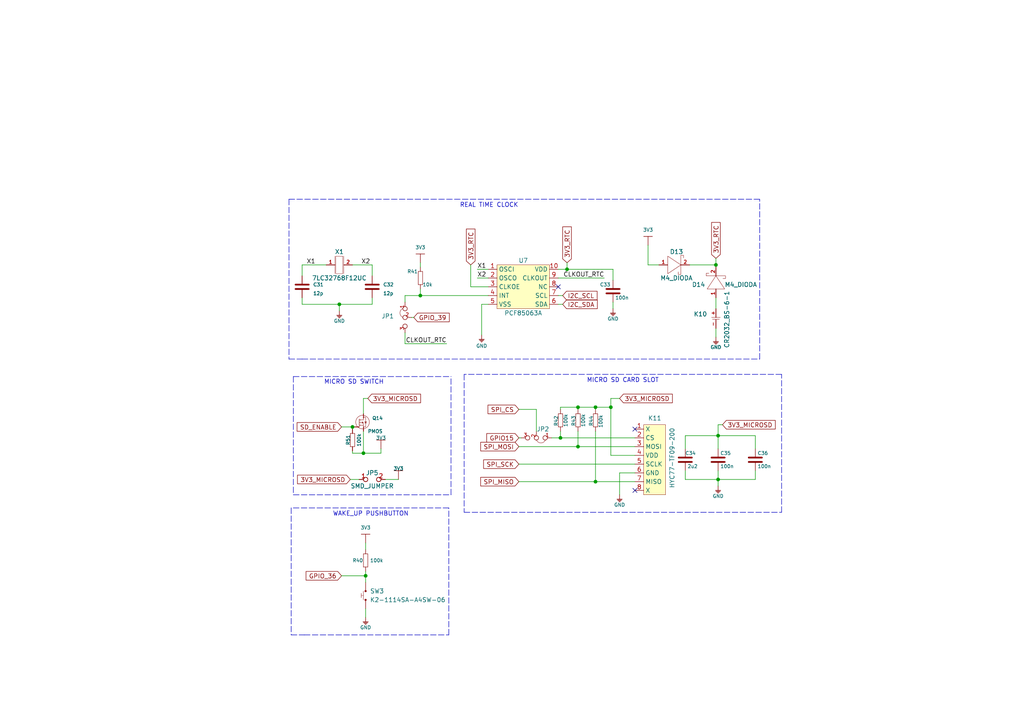
<source format=kicad_sch>
(kicad_sch (version 20211123) (generator eeschema)

  (uuid 1a2f4660-ab54-4a62-8451-9c431f793fab)

  (paper "A4")

  (title_block
    (title "Soldered Inkplate 6PLUS")
    (date "2022-12-09")
    (rev "V1.2.0.")
    (company "SOLDERED")
    (comment 1 "333235")
  )

  (lib_symbols
    (symbol "e-radionica.com schematics:0603C" (pin_numbers hide) (pin_names (offset 0.002)) (in_bom yes) (on_board yes)
      (property "Reference" "C" (id 0) (at 0 3.81 0)
        (effects (font (size 1 1)))
      )
      (property "Value" "0603C" (id 1) (at 0 -3.175 0)
        (effects (font (size 1 1)))
      )
      (property "Footprint" "e-radionica.com footprinti:0603C" (id 2) (at 0.635 -4.445 0)
        (effects (font (size 1 1)) hide)
      )
      (property "Datasheet" "" (id 3) (at 0 0 0)
        (effects (font (size 1 1)) hide)
      )
      (symbol "0603C_0_1"
        (polyline
          (pts
            (xy -0.635 1.905)
            (xy -0.635 -1.905)
          )
          (stroke (width 0.5) (type default) (color 0 0 0 0))
          (fill (type none))
        )
        (polyline
          (pts
            (xy 0.635 1.905)
            (xy 0.635 -1.905)
          )
          (stroke (width 0.5) (type default) (color 0 0 0 0))
          (fill (type none))
        )
      )
      (symbol "0603C_1_1"
        (pin passive line (at -3.175 0 0) (length 2.54)
          (name "~" (effects (font (size 1.27 1.27))))
          (number "1" (effects (font (size 1.27 1.27))))
        )
        (pin passive line (at 3.175 0 180) (length 2.54)
          (name "~" (effects (font (size 1.27 1.27))))
          (number "2" (effects (font (size 1.27 1.27))))
        )
      )
    )
    (symbol "e-radionica.com schematics:0603R" (pin_numbers hide) (pin_names (offset 0.254)) (in_bom yes) (on_board yes)
      (property "Reference" "R" (id 0) (at 0 1.27 0)
        (effects (font (size 1 1)))
      )
      (property "Value" "0603R" (id 1) (at 0 -1.905 0)
        (effects (font (size 1 1)))
      )
      (property "Footprint" "e-radionica.com footprinti:0603R" (id 2) (at 0 -3.81 0)
        (effects (font (size 1 1)) hide)
      )
      (property "Datasheet" "" (id 3) (at -0.635 1.905 0)
        (effects (font (size 1 1)) hide)
      )
      (symbol "0603R_0_1"
        (rectangle (start -1.905 -0.635) (end 1.905 -0.6604)
          (stroke (width 0.1) (type default) (color 0 0 0 0))
          (fill (type none))
        )
        (rectangle (start -1.905 0.635) (end -1.8796 -0.635)
          (stroke (width 0.1) (type default) (color 0 0 0 0))
          (fill (type none))
        )
        (rectangle (start -1.905 0.635) (end 1.905 0.6096)
          (stroke (width 0.1) (type default) (color 0 0 0 0))
          (fill (type none))
        )
        (rectangle (start 1.905 0.635) (end 1.9304 -0.635)
          (stroke (width 0.1) (type default) (color 0 0 0 0))
          (fill (type none))
        )
      )
      (symbol "0603R_1_1"
        (pin passive line (at -3.175 0 0) (length 1.27)
          (name "~" (effects (font (size 1.27 1.27))))
          (number "1" (effects (font (size 1.27 1.27))))
        )
        (pin passive line (at 3.175 0 180) (length 1.27)
          (name "~" (effects (font (size 1.27 1.27))))
          (number "2" (effects (font (size 1.27 1.27))))
        )
      )
    )
    (symbol "e-radionica.com schematics:3V3" (power) (pin_names (offset 0)) (in_bom yes) (on_board yes)
      (property "Reference" "#PWR" (id 0) (at 4.445 0 0)
        (effects (font (size 1 1)) hide)
      )
      (property "Value" "3V3" (id 1) (at 0 3.556 0)
        (effects (font (size 1 1)))
      )
      (property "Footprint" "" (id 2) (at 4.445 3.81 0)
        (effects (font (size 1 1)) hide)
      )
      (property "Datasheet" "" (id 3) (at 4.445 3.81 0)
        (effects (font (size 1 1)) hide)
      )
      (property "ki_keywords" "power-flag" (id 4) (at 0 0 0)
        (effects (font (size 1.27 1.27)) hide)
      )
      (property "ki_description" "Power symbol creates a global label with name \"3V3\"" (id 5) (at 0 0 0)
        (effects (font (size 1.27 1.27)) hide)
      )
      (symbol "3V3_0_1"
        (polyline
          (pts
            (xy -1.27 2.54)
            (xy 1.27 2.54)
          )
          (stroke (width 0.16) (type default) (color 0 0 0 0))
          (fill (type none))
        )
        (polyline
          (pts
            (xy 0 0)
            (xy 0 2.54)
          )
          (stroke (width 0) (type default) (color 0 0 0 0))
          (fill (type none))
        )
      )
      (symbol "3V3_1_1"
        (pin power_in line (at 0 0 90) (length 0) hide
          (name "3V3" (effects (font (size 1.27 1.27))))
          (number "1" (effects (font (size 1.27 1.27))))
        )
      )
    )
    (symbol "e-radionica.com schematics:ABS07AIG-32.768KHZ-7-D-T" (in_bom yes) (on_board yes)
      (property "Reference" "X" (id 0) (at 0 3.81 0)
        (effects (font (size 1.27 1.27)))
      )
      (property "Value" "ABS07AIG-32.768KHZ-7-D-T" (id 1) (at 0 -3.81 0)
        (effects (font (size 1.27 1.27)))
      )
      (property "Footprint" "e-radionica.com footprinti:ABS07AIG-32.768KHZ-7-D-T" (id 2) (at 0 0 0)
        (effects (font (size 1.27 1.27)) hide)
      )
      (property "Datasheet" "" (id 3) (at 0 0 0)
        (effects (font (size 1.27 1.27)) hide)
      )
      (symbol "ABS07AIG-32.768KHZ-7-D-T_0_1"
        (polyline
          (pts
            (xy -1.27 2.54)
            (xy -1.27 -2.54)
          )
          (stroke (width 0.0006) (type default) (color 0 0 0 0))
          (fill (type none))
        )
        (polyline
          (pts
            (xy 1.27 2.54)
            (xy 1.27 -2.54)
            (xy 1.27 -1.27)
          )
          (stroke (width 0.0006) (type default) (color 0 0 0 0))
          (fill (type none))
        )
        (polyline
          (pts
            (xy -1.016 2.54)
            (xy -1.016 -2.54)
            (xy 1.016 -2.54)
            (xy 1.016 2.54)
            (xy -1.016 2.54)
            (xy 0.762 2.54)
          )
          (stroke (width 0.0006) (type default) (color 0 0 0 0))
          (fill (type none))
        )
      )
      (symbol "ABS07AIG-32.768KHZ-7-D-T_1_1"
        (pin passive line (at -3.81 0 0) (length 2.54)
          (name "~" (effects (font (size 1 1))))
          (number "1" (effects (font (size 1 1))))
        )
        (pin passive line (at 3.81 0 180) (length 2.54)
          (name "~" (effects (font (size 1 1))))
          (number "2" (effects (font (size 1 1))))
        )
      )
    )
    (symbol "e-radionica.com schematics:CR2032_BS-6-1" (in_bom yes) (on_board yes)
      (property "Reference" "K" (id 0) (at 0 2.54 0)
        (effects (font (size 1.27 1.27)))
      )
      (property "Value" "CR2032_BS-6-1" (id 1) (at 0 -2.54 0)
        (effects (font (size 1.27 1.27)))
      )
      (property "Footprint" "e-radionica.com footprinti:CR2032-BS-6-1" (id 2) (at 0 -5.08 0)
        (effects (font (size 1.27 1.27)) hide)
      )
      (property "Datasheet" "" (id 3) (at 0 0 0)
        (effects (font (size 1.27 1.27)) hide)
      )
      (property "ki_keywords" "CR2032 BS-6" (id 4) (at 0 0 0)
        (effects (font (size 1.27 1.27)) hide)
      )
      (property "ki_description" "CR2032 HOLDER" (id 5) (at 0 0 0)
        (effects (font (size 1.27 1.27)) hide)
      )
      (symbol "CR2032_BS-6-1_0_1"
        (polyline
          (pts
            (xy 0 -1.27)
            (xy 0 1.27)
            (xy 0 -0.762)
          )
          (stroke (width 0.1) (type default) (color 0 0 0 0))
          (fill (type none))
        )
        (polyline
          (pts
            (xy 0.508 1.016)
            (xy 0.508 -1.016)
            (xy 0.508 -0.762)
          )
          (stroke (width 0.1) (type default) (color 0 0 0 0))
          (fill (type none))
        )
      )
      (symbol "CR2032_BS-6-1_1_1"
        (pin input line (at -2.54 0 0) (length 2.54)
          (name "" (effects (font (size 1 1))))
          (number "+" (effects (font (size 1 1))))
        )
        (pin output line (at 3.175 0 180) (length 2.54)
          (name "" (effects (font (size 1 1))))
          (number "-" (effects (font (size 1 1))))
        )
      )
    )
    (symbol "e-radionica.com schematics:GND" (power) (pin_names (offset 0)) (in_bom yes) (on_board yes)
      (property "Reference" "#PWR" (id 0) (at 4.445 0 0)
        (effects (font (size 1 1)) hide)
      )
      (property "Value" "GND" (id 1) (at 0 -2.921 0)
        (effects (font (size 1 1)))
      )
      (property "Footprint" "" (id 2) (at 4.445 3.81 0)
        (effects (font (size 1 1)) hide)
      )
      (property "Datasheet" "" (id 3) (at 4.445 3.81 0)
        (effects (font (size 1 1)) hide)
      )
      (property "ki_keywords" "power-flag" (id 4) (at 0 0 0)
        (effects (font (size 1.27 1.27)) hide)
      )
      (property "ki_description" "Power symbol creates a global label with name \"GND\"" (id 5) (at 0 0 0)
        (effects (font (size 1.27 1.27)) hide)
      )
      (symbol "GND_0_1"
        (polyline
          (pts
            (xy -0.762 -1.27)
            (xy 0.762 -1.27)
          )
          (stroke (width 0.16) (type default) (color 0 0 0 0))
          (fill (type none))
        )
        (polyline
          (pts
            (xy -0.635 -1.524)
            (xy 0.635 -1.524)
          )
          (stroke (width 0.16) (type default) (color 0 0 0 0))
          (fill (type none))
        )
        (polyline
          (pts
            (xy -0.381 -1.778)
            (xy 0.381 -1.778)
          )
          (stroke (width 0.16) (type default) (color 0 0 0 0))
          (fill (type none))
        )
        (polyline
          (pts
            (xy -0.127 -2.032)
            (xy 0.127 -2.032)
          )
          (stroke (width 0.16) (type default) (color 0 0 0 0))
          (fill (type none))
        )
        (polyline
          (pts
            (xy 0 0)
            (xy 0 -1.27)
          )
          (stroke (width 0.16) (type default) (color 0 0 0 0))
          (fill (type none))
        )
      )
      (symbol "GND_1_1"
        (pin power_in line (at 0 0 270) (length 0) hide
          (name "GND" (effects (font (size 1.27 1.27))))
          (number "1" (effects (font (size 1.27 1.27))))
        )
      )
    )
    (symbol "e-radionica.com schematics:HYC77-TF09-200" (in_bom yes) (on_board yes)
      (property "Reference" "K" (id 0) (at 0 11.43 0)
        (effects (font (size 1.27 1.27)))
      )
      (property "Value" "HYC77-TF09-200" (id 1) (at 0 -11.43 0)
        (effects (font (size 1.27 1.27)))
      )
      (property "Footprint" "e-radionica.com footprinti:HYC77-TF09-200" (id 2) (at 0 -13.97 0)
        (effects (font (size 1.27 1.27)) hide)
      )
      (property "Datasheet" "" (id 3) (at -1.27 5.08 0)
        (effects (font (size 1.27 1.27)) hide)
      )
      (property "ki_keywords" "micro SD card holder" (id 4) (at 0 0 0)
        (effects (font (size 1.27 1.27)) hide)
      )
      (property "ki_description" "Micro SDcard holder" (id 5) (at 0 0 0)
        (effects (font (size 1.27 1.27)) hide)
      )
      (symbol "HYC77-TF09-200_0_1"
        (rectangle (start -2.54 10.16) (end 3.81 -10.16)
          (stroke (width 0.1) (type default) (color 0 0 0 0))
          (fill (type background))
        )
      )
      (symbol "HYC77-TF09-200_1_1"
        (pin bidirectional line (at -5.08 8.89 0) (length 2.54)
          (name "X" (effects (font (size 1.27 1.27))))
          (number "1" (effects (font (size 1.27 1.27))))
        )
        (pin bidirectional line (at -5.08 6.35 0) (length 2.54)
          (name "CS" (effects (font (size 1.27 1.27))))
          (number "2" (effects (font (size 1.27 1.27))))
        )
        (pin bidirectional line (at -5.08 3.81 0) (length 2.54)
          (name "MOSI" (effects (font (size 1.27 1.27))))
          (number "3" (effects (font (size 1.27 1.27))))
        )
        (pin bidirectional line (at -5.08 1.27 0) (length 2.54)
          (name "VDD" (effects (font (size 1.27 1.27))))
          (number "4" (effects (font (size 1.27 1.27))))
        )
        (pin bidirectional line (at -5.08 -1.27 0) (length 2.54)
          (name "SCLK" (effects (font (size 1.27 1.27))))
          (number "5" (effects (font (size 1.27 1.27))))
        )
        (pin bidirectional line (at -5.08 -3.81 0) (length 2.54)
          (name "GND" (effects (font (size 1.27 1.27))))
          (number "6" (effects (font (size 1.27 1.27))))
        )
        (pin bidirectional line (at -5.08 -6.35 0) (length 2.54)
          (name "MISO" (effects (font (size 1.27 1.27))))
          (number "7" (effects (font (size 1.27 1.27))))
        )
        (pin bidirectional line (at -5.08 -8.89 0) (length 2.54)
          (name "X" (effects (font (size 1.27 1.27))))
          (number "8" (effects (font (size 1.27 1.27))))
        )
      )
    )
    (symbol "e-radionica.com schematics:K2-1114SA-A4SW-06" (pin_numbers hide) (pin_names hide) (in_bom yes) (on_board yes)
      (property "Reference" "SW" (id 0) (at 0 2.54 0)
        (effects (font (size 1.27 1.27)))
      )
      (property "Value" "K2-1114SA-A4SW-06" (id 1) (at 0 -2.54 0)
        (effects (font (size 1.27 1.27)))
      )
      (property "Footprint" "e-radionica.com footprinti:K2-1114SA-A4SW-06" (id 2) (at 0 -5.08 0)
        (effects (font (size 1.27 1.27)) hide)
      )
      (property "Datasheet" "" (id 3) (at 1.27 17.78 0)
        (effects (font (size 1.27 1.27)) hide)
      )
      (symbol "K2-1114SA-A4SW-06_0_1"
        (circle (center -1.27 0) (radius 0.254)
          (stroke (width 0.001) (type default) (color 0 0 0 0))
          (fill (type outline))
        )
        (polyline
          (pts
            (xy -1.27 0.635)
            (xy 1.27 0.635)
          )
          (stroke (width 0.1) (type default) (color 0 0 0 0))
          (fill (type none))
        )
        (polyline
          (pts
            (xy 0 0.635)
            (xy 0 1.27)
          )
          (stroke (width 0.0006) (type default) (color 0 0 0 0))
          (fill (type none))
        )
        (polyline
          (pts
            (xy 0.635 1.27)
            (xy -0.635 1.27)
          )
          (stroke (width 0.1) (type default) (color 0 0 0 0))
          (fill (type none))
        )
        (circle (center 1.27 0) (radius 0.254)
          (stroke (width 0.001) (type default) (color 0 0 0 0))
          (fill (type outline))
        )
      )
      (symbol "K2-1114SA-A4SW-06_1_1"
        (pin passive line (at -3.81 0 0) (length 2.54)
          (name "~" (effects (font (size 1 1))))
          (number "1" (effects (font (size 1 1))))
        )
        (pin passive line (at 3.81 0 180) (length 2.54)
          (name "~" (effects (font (size 1 1))))
          (number "2" (effects (font (size 1 1))))
        )
      )
    )
    (symbol "e-radionica.com schematics:M4_DIODA" (pin_names hide) (in_bom yes) (on_board yes)
      (property "Reference" "D" (id 0) (at 0 3.81 0)
        (effects (font (size 1.27 1.27)))
      )
      (property "Value" "M4_DIODA" (id 1) (at 0 -4.572 0)
        (effects (font (size 1.27 1.27)))
      )
      (property "Footprint" "e-radionica.com footprinti:M4_DIODA" (id 2) (at 0 -6.35 0)
        (effects (font (size 1.27 1.27)) hide)
      )
      (property "Datasheet" "" (id 3) (at 0 0 0)
        (effects (font (size 1.27 1.27)) hide)
      )
      (symbol "M4_DIODA_0_1"
        (polyline
          (pts
            (xy -2.54 2.54)
            (xy -2.54 -2.54)
            (xy 1.27 0)
            (xy -2.54 2.54)
          )
          (stroke (width 0.1) (type default) (color 0 0 0 0))
          (fill (type none))
        )
        (polyline
          (pts
            (xy 1.27 2.794)
            (xy 1.27 -2.794)
            (xy 0.508 -2.794)
            (xy 0.508 -2.032)
          )
          (stroke (width 0.1) (type default) (color 0 0 0 0))
          (fill (type none))
        )
        (polyline
          (pts
            (xy 1.27 2.794)
            (xy 2.032 2.794)
            (xy 2.032 2.032)
            (xy 2.032 2.54)
          )
          (stroke (width 0.1) (type default) (color 0 0 0 0))
          (fill (type none))
        )
      )
      (symbol "M4_DIODA_1_1"
        (pin passive line (at -5.08 0 0) (length 2.54)
          (name "A" (effects (font (size 1 1))))
          (number "1" (effects (font (size 1 1))))
        )
        (pin passive line (at 3.81 0 180) (length 2.54)
          (name "K" (effects (font (size 1 1))))
          (number "2" (effects (font (size 1 1))))
        )
      )
    )
    (symbol "e-radionica.com schematics:PCF85063A" (in_bom yes) (on_board yes)
      (property "Reference" "U" (id 0) (at 0 7.62 0)
        (effects (font (size 1.27 1.27)))
      )
      (property "Value" "PCF85063A" (id 1) (at 0 -7.62 0)
        (effects (font (size 1.27 1.27)))
      )
      (property "Footprint" "e-radionica.com footprinti:PCF85063A" (id 2) (at 0 -10.16 0)
        (effects (font (size 1.27 1.27)) hide)
      )
      (property "Datasheet" "" (id 3) (at -6.35 2.54 0)
        (effects (font (size 1.27 1.27)) hide)
      )
      (symbol "PCF85063A_0_1"
        (rectangle (start -7.62 6.35) (end 7.62 -6.35)
          (stroke (width 0.1) (type default) (color 0 0 0 0))
          (fill (type background))
        )
      )
      (symbol "PCF85063A_1_1"
        (pin passive line (at -10.16 5.08 0) (length 2.54)
          (name "OSCI" (effects (font (size 1.27 1.27))))
          (number "1" (effects (font (size 1.27 1.27))))
        )
        (pin passive line (at 10.16 5.08 180) (length 2.54)
          (name "VDD" (effects (font (size 1.27 1.27))))
          (number "10" (effects (font (size 1.27 1.27))))
        )
        (pin passive line (at -10.16 2.54 0) (length 2.54)
          (name "OSCO" (effects (font (size 1.27 1.27))))
          (number "2" (effects (font (size 1.27 1.27))))
        )
        (pin passive line (at -10.16 0 0) (length 2.54)
          (name "CLKOE" (effects (font (size 1.27 1.27))))
          (number "3" (effects (font (size 1.27 1.27))))
        )
        (pin passive line (at -10.16 -2.54 0) (length 2.54)
          (name "INT" (effects (font (size 1.27 1.27))))
          (number "4" (effects (font (size 1.27 1.27))))
        )
        (pin passive line (at -10.16 -5.08 0) (length 2.54)
          (name "VSS" (effects (font (size 1.27 1.27))))
          (number "5" (effects (font (size 1.27 1.27))))
        )
        (pin passive line (at 10.16 -5.08 180) (length 2.54)
          (name "SDA" (effects (font (size 1.27 1.27))))
          (number "6" (effects (font (size 1.27 1.27))))
        )
        (pin passive line (at 10.16 -2.54 180) (length 2.54)
          (name "SCL" (effects (font (size 1.27 1.27))))
          (number "7" (effects (font (size 1.27 1.27))))
        )
        (pin passive line (at 10.16 0 180) (length 2.54)
          (name "NC" (effects (font (size 1.27 1.27))))
          (number "8" (effects (font (size 1.27 1.27))))
        )
        (pin passive line (at 10.16 2.54 180) (length 2.54)
          (name "CLKOUT" (effects (font (size 1.27 1.27))))
          (number "9" (effects (font (size 1.27 1.27))))
        )
      )
    )
    (symbol "e-radionica.com schematics:PMOS-SOT-23-3" (pin_numbers hide) (pin_names hide) (in_bom yes) (on_board yes)
      (property "Reference" "Q" (id 0) (at -1.27 2.54 0)
        (effects (font (size 1 1)))
      )
      (property "Value" "PMOS-SOT-23-3" (id 1) (at 0.381 -4.064 0)
        (effects (font (size 1 1)))
      )
      (property "Footprint" "e-radionica.com footprinti:SOT-23-3" (id 2) (at 1.27 -7.62 0)
        (effects (font (size 1 1)) hide)
      )
      (property "Datasheet" "" (id 3) (at 0 0 0)
        (effects (font (size 1 1)) hide)
      )
      (symbol "PMOS-SOT-23-3_0_1"
        (polyline
          (pts
            (xy 0 -1.27)
            (xy 0 1.016)
          )
          (stroke (width 0.1) (type default) (color 0 0 0 0))
          (fill (type none))
        )
        (polyline
          (pts
            (xy 0.254 -1.016)
            (xy 0.254 -0.508)
          )
          (stroke (width 0.1) (type default) (color 0 0 0 0))
          (fill (type none))
        )
        (polyline
          (pts
            (xy 0.254 -0.762)
            (xy 1.27 -0.762)
          )
          (stroke (width 0.1) (type default) (color 0 0 0 0))
          (fill (type none))
        )
        (polyline
          (pts
            (xy 0.254 -0.254)
            (xy 0.254 0.254)
          )
          (stroke (width 0.1) (type default) (color 0 0 0 0))
          (fill (type none))
        )
        (polyline
          (pts
            (xy 0.254 0.762)
            (xy 1.27 0.762)
          )
          (stroke (width 0.1) (type default) (color 0 0 0 0))
          (fill (type none))
        )
        (polyline
          (pts
            (xy 0.254 1.016)
            (xy 0.254 0.508)
          )
          (stroke (width 0.1) (type default) (color 0 0 0 0))
          (fill (type none))
        )
        (polyline
          (pts
            (xy 1.27 -1.27)
            (xy 1.27 -0.762)
          )
          (stroke (width 0.1) (type default) (color 0 0 0 0))
          (fill (type none))
        )
        (polyline
          (pts
            (xy 1.27 0.762)
            (xy 1.27 1.27)
          )
          (stroke (width 0.1) (type default) (color 0 0 0 0))
          (fill (type none))
        )
        (polyline
          (pts
            (xy 2.159 -0.127)
            (xy 1.651 -0.127)
          )
          (stroke (width 0.1) (type default) (color 0 0 0 0))
          (fill (type none))
        )
        (polyline
          (pts
            (xy 2.159 0.254)
            (xy 1.905 -0.127)
          )
          (stroke (width 0.1) (type default) (color 0 0 0 0))
          (fill (type none))
        )
        (polyline
          (pts
            (xy 0.254 0)
            (xy 1.27 0)
            (xy 1.27 -0.762)
          )
          (stroke (width 0.1) (type default) (color 0 0 0 0))
          (fill (type none))
        )
        (polyline
          (pts
            (xy 2.159 0.254)
            (xy 1.651 0.254)
            (xy 1.905 -0.127)
          )
          (stroke (width 0.1) (type default) (color 0 0 0 0))
          (fill (type none))
        )
        (polyline
          (pts
            (xy 1.143 0)
            (xy 0.889 -0.254)
            (xy 0.889 0.254)
            (xy 1.143 0)
          )
          (stroke (width 0.1) (type default) (color 0 0 0 0))
          (fill (type none))
        )
        (polyline
          (pts
            (xy 1.27 -1.27)
            (xy 1.905 -1.27)
            (xy 1.905 1.524)
            (xy 1.27 1.524)
          )
          (stroke (width 0.1) (type default) (color 0 0 0 0))
          (fill (type none))
        )
        (circle (center 1.016 0.127) (radius 1.9716)
          (stroke (width 0.1) (type default) (color 0 0 0 0))
          (fill (type none))
        )
      )
      (symbol "PMOS-SOT-23-3_1_1"
        (pin passive line (at -1.27 -1.27 0) (length 1.27)
          (name "G" (effects (font (size 1 1))))
          (number "1" (effects (font (size 1 1))))
        )
        (pin passive line (at 1.27 -2.54 90) (length 1.27)
          (name "S" (effects (font (size 1 1))))
          (number "2" (effects (font (size 1 1))))
        )
        (pin passive line (at 1.27 2.54 270) (length 1.27)
          (name "D" (effects (font (size 1 1))))
          (number "3" (effects (font (size 1 1))))
        )
      )
    )
    (symbol "e-radionica.com schematics:SMD_JUMPER" (in_bom yes) (on_board yes)
      (property "Reference" "JP" (id 0) (at 0 1.397 0)
        (effects (font (size 1.27 1.27)))
      )
      (property "Value" "SMD_JUMPER" (id 1) (at 0 -2.54 0)
        (effects (font (size 1.27 1.27)))
      )
      (property "Footprint" "e-radionica.com footprinti:SMD_JUMPER" (id 2) (at 0 -5.08 0)
        (effects (font (size 1.27 1.27)) hide)
      )
      (property "Datasheet" "" (id 3) (at 0 0 0)
        (effects (font (size 1.27 1.27)) hide)
      )
      (symbol "SMD_JUMPER_1_1"
        (pin passive inverted (at -3.81 0 0) (length 2.54)
          (name "" (effects (font (size 1.27 1.27))))
          (number "1" (effects (font (size 1.27 1.27))))
        )
        (pin passive inverted (at 3.81 0 180) (length 2.54)
          (name "" (effects (font (size 1.27 1.27))))
          (number "2" (effects (font (size 1.27 1.27))))
        )
      )
    )
    (symbol "e-radionica.com schematics:SMD_JUMPER_3_PAD_CONNECTED_LEFT_TRACE" (in_bom yes) (on_board yes)
      (property "Reference" "JP" (id 0) (at 0 3.81 0)
        (effects (font (size 1.27 1.27)))
      )
      (property "Value" "SMD_JUMPER_3_PAD_CONNECTED_LEFT_TRACE" (id 1) (at -1.27 -7.62 0)
        (effects (font (size 1.27 1.27)) hide)
      )
      (property "Footprint" "e-radionica.com footprinti:SMD_JUMPER_3_PAD_CONNECTED_LEFT_TRACE" (id 2) (at 2.54 -12.7 0)
        (effects (font (size 1.27 1.27)) hide)
      )
      (property "Datasheet" "" (id 3) (at 0 0 0)
        (effects (font (size 1.27 1.27)) hide)
      )
      (symbol "SMD_JUMPER_3_PAD_CONNECTED_LEFT_TRACE_0_1"
        (arc (start -0.635 0.5842) (mid -1.9346 1.472) (end -3.2512 0.6096)
          (stroke (width 0.1) (type default) (color 0 0 0 0))
          (fill (type none))
        )
      )
      (symbol "SMD_JUMPER_3_PAD_CONNECTED_LEFT_TRACE_1_1"
        (pin passive inverted (at -5.08 0 0) (length 2.54)
          (name "" (effects (font (size 1 1))))
          (number "1" (effects (font (size 1 1))))
        )
        (pin passive inverted (at -0.635 -1.905 90) (length 2.54)
          (name "" (effects (font (size 1 1))))
          (number "2" (effects (font (size 1 1))))
        )
        (pin passive inverted (at 3.81 0 180) (length 2.54)
          (name "" (effects (font (size 1 1))))
          (number "3" (effects (font (size 1 1))))
        )
      )
    )
  )

  (junction (at 207.645 76.835) (diameter 0) (color 0 0 0 0)
    (uuid 1937d528-a9c5-4dbb-beff-d3fd68e274d4)
  )
  (junction (at 208.28 126.365) (diameter 0) (color 0 0 0 0)
    (uuid 2dfd5bda-a436-4560-b9f4-2a83b9efbbe8)
  )
  (junction (at 164.465 78.105) (diameter 0) (color 0 0 0 0)
    (uuid 2fe6beae-83db-478e-a228-46569888b392)
  )
  (junction (at 162.56 127) (diameter 0) (color 0 0 0 0)
    (uuid 3eb21714-84a7-4cc6-9033-bae283de4906)
  )
  (junction (at 102.235 123.825) (diameter 0) (color 0 0 0 0)
    (uuid 46777c47-3c2f-4ec3-aa0c-dc42ac701663)
  )
  (junction (at 106.045 167.005) (diameter 0) (color 0 0 0 0)
    (uuid 472d1ae9-5209-4869-86f3-9875226387e6)
  )
  (junction (at 208.28 139.065) (diameter 0) (color 0 0 0 0)
    (uuid 529184f0-df7b-4d31-9fa8-4f628dd09c48)
  )
  (junction (at 121.92 85.725) (diameter 0) (color 0 0 0 0)
    (uuid 6d249f1f-77fc-46eb-8aac-85d0c8ada1fa)
  )
  (junction (at 167.64 129.54) (diameter 0) (color 0 0 0 0)
    (uuid 9dbed4c3-b0fe-47ad-b515-ada6fe1cd4a2)
  )
  (junction (at 105.41 131.445) (diameter 0) (color 0 0 0 0)
    (uuid a37b0bd2-e892-4940-85b1-3b2a3fcb1393)
  )
  (junction (at 98.425 88.265) (diameter 0) (color 0 0 0 0)
    (uuid af37e8ed-defd-4c8c-9093-1c9628250b87)
  )
  (junction (at 172.72 139.7) (diameter 0) (color 0 0 0 0)
    (uuid b1b9f0b4-2cef-444f-bed7-26c35d90dfe0)
  )
  (junction (at 167.64 118.11) (diameter 0) (color 0 0 0 0)
    (uuid c98b493f-5da2-4374-8196-48bbd3a1cb33)
  )
  (junction (at 177.165 118.11) (diameter 0) (color 0 0 0 0)
    (uuid d4fef803-47c1-420a-af75-ca2475c1cddf)
  )
  (junction (at 172.72 118.11) (diameter 0) (color 0 0 0 0)
    (uuid db4a054d-7102-4c0f-a6eb-12079738cb15)
  )

  (no_connect (at 184.15 142.24) (uuid 48d9e7d9-cec1-4a8f-a44d-735fa29b0afe))
  (no_connect (at 161.925 83.185) (uuid 97bdff7d-4e9e-4edd-b9f3-7775c57d0c73))
  (no_connect (at 184.15 124.46) (uuid dae08224-a89e-4e05-94f7-940658f6fa1d))

  (wire (pts (xy 184.15 137.16) (xy 179.705 137.16))
    (stroke (width 0) (type default) (color 0 0 0 0))
    (uuid 0089aa84-f4e6-4c07-8c8e-b8bcec362f54)
  )
  (wire (pts (xy 138.43 78.105) (xy 141.605 78.105))
    (stroke (width 0) (type default) (color 0 0 0 0))
    (uuid 097bd13c-2d79-4bb8-a0ed-f94fc429560a)
  )
  (wire (pts (xy 87.63 76.835) (xy 87.63 80.01))
    (stroke (width 0) (type default) (color 0 0 0 0))
    (uuid 0af1d27e-28a6-4b86-82dd-b63b1507b826)
  )
  (wire (pts (xy 99.06 123.825) (xy 102.235 123.825))
    (stroke (width 0) (type default) (color 0 0 0 0))
    (uuid 0e273915-146b-4128-935e-7ddc0e0b0b25)
  )
  (wire (pts (xy 167.64 125.095) (xy 167.64 129.54))
    (stroke (width 0) (type default) (color 0 0 0 0))
    (uuid 0f69b79d-e493-4844-bc57-d24f1b2c2fdc)
  )
  (polyline (pts (xy 226.695 148.59) (xy 226.695 108.585))
    (stroke (width 0) (type default) (color 0 0 0 0))
    (uuid 10e937aa-4f20-430c-9ae3-e7ec8489cf9a)
  )

  (wire (pts (xy 110.49 130.175) (xy 110.49 131.445))
    (stroke (width 0) (type default) (color 0 0 0 0))
    (uuid 11731640-2394-4fda-b3f9-f98bc9ea2c0c)
  )
  (wire (pts (xy 105.41 115.57) (xy 106.68 115.57))
    (stroke (width 0) (type default) (color 0 0 0 0))
    (uuid 119108d1-7af9-4042-be9b-15e413e7ac0a)
  )
  (polyline (pts (xy 130.175 184.15) (xy 130.175 147.32))
    (stroke (width 0) (type default) (color 0 0 0 0))
    (uuid 122627a4-8d67-402d-aec5-344d692f26e3)
  )
  (polyline (pts (xy 226.695 108.585) (xy 134.62 108.585))
    (stroke (width 0) (type default) (color 0 0 0 0))
    (uuid 148d1963-0773-48e4-839f-58b163c6a2b0)
  )

  (wire (pts (xy 87.63 86.36) (xy 87.63 88.265))
    (stroke (width 0) (type default) (color 0 0 0 0))
    (uuid 1595f83a-67fc-41a5-84d0-3607c1ac8c82)
  )
  (wire (pts (xy 102.235 130.81) (xy 102.235 131.445))
    (stroke (width 0) (type default) (color 0 0 0 0))
    (uuid 19f6af09-5b62-4ebc-8402-aa5f6d5048fa)
  )
  (wire (pts (xy 101.6 139.065) (xy 104.14 139.065))
    (stroke (width 0) (type default) (color 0 0 0 0))
    (uuid 1d2ffbd6-50ff-45a4-b16b-42458ca85232)
  )
  (wire (pts (xy 160.02 127) (xy 162.56 127))
    (stroke (width 0) (type default) (color 0 0 0 0))
    (uuid 1f2dd45c-089a-4dc9-8ff8-5ccaf1d3790d)
  )
  (wire (pts (xy 117.475 99.695) (xy 129.54 99.695))
    (stroke (width 0) (type default) (color 0 0 0 0))
    (uuid 222c35d0-7262-491a-88c8-2cc27d458ead)
  )
  (wire (pts (xy 121.92 76.2) (xy 121.92 77.47))
    (stroke (width 0) (type default) (color 0 0 0 0))
    (uuid 2772de20-f471-43ed-895e-8926f5ad3184)
  )
  (wire (pts (xy 219.075 130.175) (xy 219.075 126.365))
    (stroke (width 0) (type default) (color 0 0 0 0))
    (uuid 291feedd-7b6c-41ea-948f-cb7a4c5447d2)
  )
  (wire (pts (xy 200.025 76.835) (xy 207.645 76.835))
    (stroke (width 0) (type default) (color 0 0 0 0))
    (uuid 2dbb4037-2a22-443d-9492-592bfe75cb2f)
  )
  (wire (pts (xy 187.96 76.835) (xy 191.135 76.835))
    (stroke (width 0) (type default) (color 0 0 0 0))
    (uuid 2ed6be73-1a58-40b8-a493-3c5c29f98757)
  )
  (wire (pts (xy 177.165 115.57) (xy 179.705 115.57))
    (stroke (width 0) (type default) (color 0 0 0 0))
    (uuid 2f16dc8c-0140-4d3b-b76b-4cda7ba1895d)
  )
  (wire (pts (xy 161.925 80.645) (xy 175.26 80.645))
    (stroke (width 0) (type default) (color 0 0 0 0))
    (uuid 338786e7-c5ac-493c-acff-ef921708e872)
  )
  (wire (pts (xy 106.045 157.48) (xy 106.045 159.385))
    (stroke (width 0) (type default) (color 0 0 0 0))
    (uuid 33d384c8-e84d-46d8-add8-2ec204119342)
  )
  (wire (pts (xy 162.56 118.745) (xy 162.56 118.11))
    (stroke (width 0) (type default) (color 0 0 0 0))
    (uuid 359acbc9-f60e-4b5f-bee4-d1ca7b0b96df)
  )
  (wire (pts (xy 155.575 118.745) (xy 155.575 125.095))
    (stroke (width 0) (type default) (color 0 0 0 0))
    (uuid 37b460e9-102c-47ce-ae14-ffa1a77951d1)
  )
  (polyline (pts (xy 85.09 109.22) (xy 130.81 109.22))
    (stroke (width 0) (type default) (color 0 0 0 0))
    (uuid 3a32ca07-2e65-43bb-b3b9-3c74520c029e)
  )

  (wire (pts (xy 219.075 139.065) (xy 208.28 139.065))
    (stroke (width 0) (type default) (color 0 0 0 0))
    (uuid 3c441c94-9dd7-4dab-9c24-0d7546233cdf)
  )
  (polyline (pts (xy 85.09 109.22) (xy 85.09 143.51))
    (stroke (width 0) (type default) (color 0 0 0 0))
    (uuid 46bee3f3-fe38-43bd-bdda-61c50f0fe585)
  )

  (wire (pts (xy 102.235 123.825) (xy 102.235 124.46))
    (stroke (width 0) (type default) (color 0 0 0 0))
    (uuid 48e1139e-4f17-49c9-a7b6-ce0259f54489)
  )
  (wire (pts (xy 207.645 74.93) (xy 207.645 76.835))
    (stroke (width 0) (type default) (color 0 0 0 0))
    (uuid 4bcf78d3-f26f-43bf-aaf0-d4da265f93e6)
  )
  (wire (pts (xy 106.045 167.005) (xy 106.045 168.91))
    (stroke (width 0) (type default) (color 0 0 0 0))
    (uuid 4d4b3b1d-b8c3-44d9-8b55-6303fc6c5f25)
  )
  (wire (pts (xy 102.235 123.825) (xy 102.87 123.825))
    (stroke (width 0) (type default) (color 0 0 0 0))
    (uuid 5030e0f7-ee32-4a83-a6d3-ba8209aa65a6)
  )
  (wire (pts (xy 161.925 88.265) (xy 163.195 88.265))
    (stroke (width 0) (type default) (color 0 0 0 0))
    (uuid 52919a33-cd8d-4999-9264-e71418bf38ef)
  )
  (wire (pts (xy 106.045 176.53) (xy 106.045 179.07))
    (stroke (width 0) (type default) (color 0 0 0 0))
    (uuid 53107e64-848f-4977-a916-9470da1494bd)
  )
  (polyline (pts (xy 84.455 147.32) (xy 84.455 184.15))
    (stroke (width 0) (type default) (color 0 0 0 0))
    (uuid 548f783e-07a7-409d-818f-48da5002f56e)
  )

  (wire (pts (xy 117.475 85.725) (xy 117.475 87.63))
    (stroke (width 0) (type default) (color 0 0 0 0))
    (uuid 59ec266f-1397-44f8-b6a9-dae43eff8bca)
  )
  (wire (pts (xy 98.425 88.265) (xy 107.95 88.265))
    (stroke (width 0) (type default) (color 0 0 0 0))
    (uuid 5a6b9a9a-5589-4af3-8266-7a716ebd10ae)
  )
  (wire (pts (xy 102.235 76.835) (xy 107.95 76.835))
    (stroke (width 0) (type default) (color 0 0 0 0))
    (uuid 5b378ede-0320-4afb-bc34-7c04553f3aaa)
  )
  (wire (pts (xy 150.495 134.62) (xy 184.15 134.62))
    (stroke (width 0) (type default) (color 0 0 0 0))
    (uuid 5cb02a10-b957-484b-8e21-5f88d236bbae)
  )
  (wire (pts (xy 198.755 136.525) (xy 198.755 139.065))
    (stroke (width 0) (type default) (color 0 0 0 0))
    (uuid 5f7644e5-aa04-4234-91d9-3472f28ad06c)
  )
  (polyline (pts (xy 83.82 104.14) (xy 87.63 104.14))
    (stroke (width 0) (type default) (color 0 0 0 0))
    (uuid 604e065a-a4e5-49bf-b71d-2ff8f50b5b22)
  )

  (wire (pts (xy 105.41 120.015) (xy 105.41 115.57))
    (stroke (width 0) (type default) (color 0 0 0 0))
    (uuid 62137819-fb27-4ab5-a4d7-a3b07dda0079)
  )
  (wire (pts (xy 161.925 85.725) (xy 163.195 85.725))
    (stroke (width 0) (type default) (color 0 0 0 0))
    (uuid 6694be4e-79c0-4f97-870d-e6a531ff81f7)
  )
  (wire (pts (xy 208.28 140.97) (xy 208.28 139.065))
    (stroke (width 0) (type default) (color 0 0 0 0))
    (uuid 6b9b6bd3-b1ee-47ed-b6d9-056fd845fd1a)
  )
  (wire (pts (xy 208.28 123.19) (xy 208.28 126.365))
    (stroke (width 0) (type default) (color 0 0 0 0))
    (uuid 6c0ba205-e978-4464-b11d-dc7f5882fe94)
  )
  (polyline (pts (xy 88.265 184.15) (xy 130.175 184.15))
    (stroke (width 0) (type default) (color 0 0 0 0))
    (uuid 6d41c79b-4e92-47cb-9b63-88bfde0cac32)
  )

  (wire (pts (xy 209.55 123.19) (xy 208.28 123.19))
    (stroke (width 0) (type default) (color 0 0 0 0))
    (uuid 6e6e94af-6999-4f64-94d9-3771bb5a8d27)
  )
  (polyline (pts (xy 134.62 148.59) (xy 226.695 148.59))
    (stroke (width 0) (type default) (color 0 0 0 0))
    (uuid 6fa36bf6-d5ce-4ed2-820e-4046f04e8a6c)
  )

  (wire (pts (xy 198.755 126.365) (xy 208.28 126.365))
    (stroke (width 0) (type default) (color 0 0 0 0))
    (uuid 7026a741-085b-4ea3-9b0f-5ed150d2a5a5)
  )
  (polyline (pts (xy 130.81 143.51) (xy 130.81 109.22))
    (stroke (width 0) (type default) (color 0 0 0 0))
    (uuid 7222ae41-1330-473a-87ad-9c1b297326dc)
  )

  (wire (pts (xy 172.72 118.11) (xy 172.72 118.745))
    (stroke (width 0) (type default) (color 0 0 0 0))
    (uuid 77622667-d59b-4fcb-b02b-c458e2b80295)
  )
  (wire (pts (xy 177.8 78.105) (xy 164.465 78.105))
    (stroke (width 0) (type default) (color 0 0 0 0))
    (uuid 807589a5-d1f2-4f18-b900-5a8d2a2533bb)
  )
  (wire (pts (xy 172.72 125.095) (xy 172.72 139.7))
    (stroke (width 0) (type default) (color 0 0 0 0))
    (uuid 831211f0-7823-460f-ae62-2c2d53a41047)
  )
  (wire (pts (xy 172.72 139.7) (xy 184.15 139.7))
    (stroke (width 0) (type default) (color 0 0 0 0))
    (uuid 84dc3a7a-1043-42d2-9731-21659faef217)
  )
  (wire (pts (xy 87.63 76.835) (xy 94.615 76.835))
    (stroke (width 0) (type default) (color 0 0 0 0))
    (uuid 8a414c67-52b3-4d5d-99eb-43f3bb17da1e)
  )
  (wire (pts (xy 164.465 78.105) (xy 161.925 78.105))
    (stroke (width 0) (type default) (color 0 0 0 0))
    (uuid 8c1a910b-7ec5-483e-a486-9c0ec7526694)
  )
  (wire (pts (xy 219.075 126.365) (xy 208.28 126.365))
    (stroke (width 0) (type default) (color 0 0 0 0))
    (uuid 8d0571bd-b334-4f2b-ade9-d31970290bb8)
  )
  (wire (pts (xy 219.075 136.525) (xy 219.075 139.065))
    (stroke (width 0) (type default) (color 0 0 0 0))
    (uuid 905055d0-2d22-41b1-9671-9bb728933d47)
  )
  (wire (pts (xy 119.38 92.075) (xy 120.015 92.075))
    (stroke (width 0) (type default) (color 0 0 0 0))
    (uuid 909867d4-2240-4795-93a5-efcc8219b9a9)
  )
  (wire (pts (xy 110.49 131.445) (xy 105.41 131.445))
    (stroke (width 0) (type default) (color 0 0 0 0))
    (uuid 91e8d98d-742a-4531-81cc-cc9dd8304c85)
  )
  (wire (pts (xy 150.495 129.54) (xy 167.64 129.54))
    (stroke (width 0) (type default) (color 0 0 0 0))
    (uuid 927fedeb-7e0c-439e-a016-d8f703c2bb8d)
  )
  (polyline (pts (xy 130.175 147.32) (xy 84.455 147.32))
    (stroke (width 0) (type default) (color 0 0 0 0))
    (uuid 92d081a3-17ce-464a-aeac-090827aa5648)
  )

  (wire (pts (xy 136.525 76.835) (xy 136.525 83.185))
    (stroke (width 0) (type default) (color 0 0 0 0))
    (uuid 92ec2c0a-1d0e-42b1-87e6-51ec2f1cd8aa)
  )
  (wire (pts (xy 198.755 139.065) (xy 208.28 139.065))
    (stroke (width 0) (type default) (color 0 0 0 0))
    (uuid 93fb60b1-abea-4032-8ca9-3afac89839f2)
  )
  (wire (pts (xy 138.43 80.645) (xy 141.605 80.645))
    (stroke (width 0) (type default) (color 0 0 0 0))
    (uuid 9453d83e-731b-4bfa-9512-a482f766e2d6)
  )
  (wire (pts (xy 150.495 118.745) (xy 155.575 118.745))
    (stroke (width 0) (type default) (color 0 0 0 0))
    (uuid 962d8462-c2a7-4272-8537-6037bad18c74)
  )
  (wire (pts (xy 207.645 86.36) (xy 207.645 89.535))
    (stroke (width 0) (type default) (color 0 0 0 0))
    (uuid 9b884c16-27c7-4f2c-a8c4-771baa23da09)
  )
  (wire (pts (xy 179.705 137.16) (xy 179.705 143.51))
    (stroke (width 0) (type default) (color 0 0 0 0))
    (uuid 9dd2a521-90d5-423e-a6ed-73692961c757)
  )
  (wire (pts (xy 167.64 118.11) (xy 167.64 118.745))
    (stroke (width 0) (type default) (color 0 0 0 0))
    (uuid a0cbabac-1181-4df6-a4dc-648184c75086)
  )
  (polyline (pts (xy 85.09 143.51) (xy 130.81 143.51))
    (stroke (width 0) (type default) (color 0 0 0 0))
    (uuid a49b871a-a9d0-4cc5-8265-24dc96e6daa2)
  )

  (wire (pts (xy 164.465 76.2) (xy 164.465 78.105))
    (stroke (width 0) (type default) (color 0 0 0 0))
    (uuid a719a15d-2183-4849-a125-e77237819cf5)
  )
  (wire (pts (xy 87.63 88.265) (xy 98.425 88.265))
    (stroke (width 0) (type default) (color 0 0 0 0))
    (uuid a7ae8e82-95c8-4bb8-b506-780f93ebfdcd)
  )
  (wire (pts (xy 172.72 118.11) (xy 167.64 118.11))
    (stroke (width 0) (type default) (color 0 0 0 0))
    (uuid a90172e7-439d-4615-b7fb-fa9b7604a03f)
  )
  (wire (pts (xy 207.645 95.25) (xy 207.645 97.79))
    (stroke (width 0) (type default) (color 0 0 0 0))
    (uuid aa5ef033-dc99-45ca-a860-f0bc623eed64)
  )
  (polyline (pts (xy 87.63 104.14) (xy 220.345 104.14))
    (stroke (width 0) (type default) (color 0 0 0 0))
    (uuid ab20b22f-2fed-489c-95f4-34887bb862ce)
  )

  (wire (pts (xy 107.95 86.36) (xy 107.95 88.265))
    (stroke (width 0) (type default) (color 0 0 0 0))
    (uuid aca4c1a4-6846-451e-a2c9-088dbe3c0432)
  )
  (polyline (pts (xy 83.82 57.785) (xy 83.82 104.14))
    (stroke (width 0) (type default) (color 0 0 0 0))
    (uuid af45bb7a-050b-4e74-a86f-1dff161de2bc)
  )
  (polyline (pts (xy 134.62 108.585) (xy 134.62 148.59))
    (stroke (width 0) (type default) (color 0 0 0 0))
    (uuid af809b67-4aac-46f6-aa8c-bf733dc4a196)
  )

  (wire (pts (xy 187.96 71.12) (xy 187.96 76.835))
    (stroke (width 0) (type default) (color 0 0 0 0))
    (uuid af86720b-d780-4af4-92c6-80447e4d6f7f)
  )
  (wire (pts (xy 207.645 76.835) (xy 207.645 77.47))
    (stroke (width 0) (type default) (color 0 0 0 0))
    (uuid b3c33da2-4a7d-409d-9c4f-2cdcb209d91f)
  )
  (wire (pts (xy 121.92 83.82) (xy 121.92 85.725))
    (stroke (width 0) (type default) (color 0 0 0 0))
    (uuid bc10cd31-0eec-4a24-a29b-726ac09a41e7)
  )
  (wire (pts (xy 99.06 167.005) (xy 106.045 167.005))
    (stroke (width 0) (type default) (color 0 0 0 0))
    (uuid bdd3be9d-1e21-4fd4-b6a8-ff62fecda3f0)
  )
  (wire (pts (xy 177.165 118.11) (xy 172.72 118.11))
    (stroke (width 0) (type default) (color 0 0 0 0))
    (uuid bee2632d-17ff-4486-adc7-ec4d3292b3f4)
  )
  (wire (pts (xy 162.56 118.11) (xy 167.64 118.11))
    (stroke (width 0) (type default) (color 0 0 0 0))
    (uuid bf322912-4fb0-4a00-a8ee-fe9f906f4f47)
  )
  (wire (pts (xy 177.165 118.11) (xy 177.165 132.08))
    (stroke (width 0) (type default) (color 0 0 0 0))
    (uuid c0b9af39-9905-48bf-a80f-3896ff7d5f48)
  )
  (wire (pts (xy 177.165 132.08) (xy 184.15 132.08))
    (stroke (width 0) (type default) (color 0 0 0 0))
    (uuid c2997973-8c1e-491b-b707-5bd0a19f9b94)
  )
  (wire (pts (xy 121.92 85.725) (xy 141.605 85.725))
    (stroke (width 0) (type default) (color 0 0 0 0))
    (uuid cb4b65b8-ae30-45cd-9ef9-6b7be07c4848)
  )
  (wire (pts (xy 117.475 85.725) (xy 121.92 85.725))
    (stroke (width 0) (type default) (color 0 0 0 0))
    (uuid ce629c9f-a0aa-4abb-a5d7-a334392ccd0f)
  )
  (wire (pts (xy 111.76 139.065) (xy 115.57 139.065))
    (stroke (width 0) (type default) (color 0 0 0 0))
    (uuid cfe4e299-d024-41fa-b15c-68edf4978fcc)
  )
  (wire (pts (xy 208.28 136.525) (xy 208.28 139.065))
    (stroke (width 0) (type default) (color 0 0 0 0))
    (uuid d2a48a65-4c33-41cc-b5e9-f49a704f8668)
  )
  (wire (pts (xy 98.425 88.265) (xy 98.425 90.17))
    (stroke (width 0) (type default) (color 0 0 0 0))
    (uuid d3a7bbe4-07fa-4979-bbfc-faf19faf741b)
  )
  (wire (pts (xy 177.8 81.28) (xy 177.8 78.105))
    (stroke (width 0) (type default) (color 0 0 0 0))
    (uuid d3b9dc43-c1f2-40c2-a0a1-ceb083425b15)
  )
  (polyline (pts (xy 220.345 104.14) (xy 220.345 57.785))
    (stroke (width 0) (type default) (color 0 0 0 0))
    (uuid d85a26d6-0b92-4f00-9ec5-008757cc42b8)
  )

  (wire (pts (xy 177.165 115.57) (xy 177.165 118.11))
    (stroke (width 0) (type default) (color 0 0 0 0))
    (uuid da30d1db-0f90-4264-8053-0d01fe67afd9)
  )
  (wire (pts (xy 208.28 126.365) (xy 208.28 130.175))
    (stroke (width 0) (type default) (color 0 0 0 0))
    (uuid de27d52f-509d-4c7d-9268-154a66e84f6a)
  )
  (wire (pts (xy 105.41 125.095) (xy 105.41 131.445))
    (stroke (width 0) (type default) (color 0 0 0 0))
    (uuid e02e1480-545e-49cd-8100-8785220653a0)
  )
  (wire (pts (xy 106.045 165.735) (xy 106.045 167.005))
    (stroke (width 0) (type default) (color 0 0 0 0))
    (uuid e238c45a-c41c-48a7-8e29-43b1cab16f90)
  )
  (wire (pts (xy 141.605 83.185) (xy 136.525 83.185))
    (stroke (width 0) (type default) (color 0 0 0 0))
    (uuid e28776b1-cd11-4e66-9838-fe3002352c98)
  )
  (polyline (pts (xy 220.345 57.785) (xy 83.82 57.785))
    (stroke (width 0) (type default) (color 0 0 0 0))
    (uuid e2f90013-d519-4ba1-8f1a-2826c17b66a4)
  )

  (wire (pts (xy 141.605 88.265) (xy 139.7 88.265))
    (stroke (width 0) (type default) (color 0 0 0 0))
    (uuid e3b1bac4-c92d-4b37-ba7c-add707db37ab)
  )
  (wire (pts (xy 162.56 127) (xy 184.15 127))
    (stroke (width 0) (type default) (color 0 0 0 0))
    (uuid e8954765-301f-4c06-ab5e-ac4a059e4324)
  )
  (wire (pts (xy 167.64 129.54) (xy 184.15 129.54))
    (stroke (width 0) (type default) (color 0 0 0 0))
    (uuid e9923c98-e14c-43b8-ac6f-69fbd92de3d9)
  )
  (wire (pts (xy 102.235 131.445) (xy 105.41 131.445))
    (stroke (width 0) (type default) (color 0 0 0 0))
    (uuid e9c65bd0-f03d-4d11-9f84-a81a6d35b2c7)
  )
  (wire (pts (xy 107.95 76.835) (xy 107.95 80.01))
    (stroke (width 0) (type default) (color 0 0 0 0))
    (uuid ea880e41-ae34-4fd5-86fe-98b3ae6e1848)
  )
  (wire (pts (xy 162.56 125.095) (xy 162.56 127))
    (stroke (width 0) (type default) (color 0 0 0 0))
    (uuid edfd9ca2-80f8-4531-b9cf-d27b5cd67a50)
  )
  (wire (pts (xy 177.8 87.63) (xy 177.8 89.535))
    (stroke (width 0) (type default) (color 0 0 0 0))
    (uuid f4284268-5785-4bfe-8b18-dab3579fff82)
  )
  (polyline (pts (xy 84.455 184.15) (xy 88.265 184.15))
    (stroke (width 0) (type default) (color 0 0 0 0))
    (uuid fa6c0c71-8553-4bf8-8bca-932a28be6ac2)
  )

  (wire (pts (xy 150.495 127) (xy 151.13 127))
    (stroke (width 0) (type default) (color 0 0 0 0))
    (uuid fa6ef172-a76c-413d-a523-6aff8566c7f7)
  )
  (wire (pts (xy 150.495 139.7) (xy 172.72 139.7))
    (stroke (width 0) (type default) (color 0 0 0 0))
    (uuid fcfc46ed-be7d-49a5-be8d-c35c0374caff)
  )
  (wire (pts (xy 139.7 88.265) (xy 139.7 97.155))
    (stroke (width 0) (type default) (color 0 0 0 0))
    (uuid fea73a2f-a691-4bc5-b498-2f33142fa8cc)
  )
  (wire (pts (xy 117.475 96.52) (xy 117.475 99.695))
    (stroke (width 0) (type default) (color 0 0 0 0))
    (uuid fecb55ae-bd9a-4703-95f0-e6a23b1c03b5)
  )
  (wire (pts (xy 198.755 130.175) (xy 198.755 126.365))
    (stroke (width 0) (type default) (color 0 0 0 0))
    (uuid ffa9a760-54d6-4d93-a96f-5c79e2d98c53)
  )

  (text "REAL TIME CLOCK" (at 133.35 60.325 0)
    (effects (font (size 1.27 1.27)) (justify left bottom))
    (uuid 5e8e11bc-c289-4c4c-a67a-2c3a0b3adad0)
  )
  (text "WAKE_UP PUSHBUTTON" (at 96.52 149.86 0)
    (effects (font (size 1.27 1.27)) (justify left bottom))
    (uuid 75851035-5378-43f4-a3d6-e73d4a3d2a84)
  )
  (text "MICRO SD SWITCH\n\n" (at 93.98 113.665 0)
    (effects (font (size 1.27 1.27)) (justify left bottom))
    (uuid 9d3e968c-7876-4cdb-9efa-ec6bf293fb28)
  )
  (text "MICRO SD CARD SLOT" (at 170.18 111.125 0)
    (effects (font (size 1.27 1.27)) (justify left bottom))
    (uuid ee339268-2fe1-48e0-98c4-63dffbf3979c)
  )

  (label "CLKOUT_RTC" (at 129.54 99.695 180)
    (effects (font (size 1.27 1.27)) (justify right bottom))
    (uuid 5df9e07e-b56b-4755-95cf-7fe1166e866c)
  )
  (label "X1" (at 138.43 78.105 0)
    (effects (font (size 1.27 1.27)) (justify left bottom))
    (uuid 66975dac-4a0d-4c52-a595-83870fe7b3dc)
  )
  (label "X1" (at 88.9 76.835 0)
    (effects (font (size 1.27 1.27)) (justify left bottom))
    (uuid 7433e76b-cf1f-4a12-b98a-ebcc4c97d6e3)
  )
  (label "X2" (at 104.775 76.835 0)
    (effects (font (size 1.27 1.27)) (justify left bottom))
    (uuid 94993146-2691-4f45-9386-abfb1042ceba)
  )
  (label "X2" (at 138.43 80.645 0)
    (effects (font (size 1.27 1.27)) (justify left bottom))
    (uuid b8bac1e4-af9f-4cd8-a6ed-0bbf53c38126)
  )
  (label "CLKOUT_RTC" (at 175.26 80.645 180)
    (effects (font (size 1.27 1.27)) (justify right bottom))
    (uuid cfff766e-dbac-4518-84f7-da62f75f3b41)
  )

  (global_label "I2C_SDA" (shape input) (at 163.195 88.265 0) (fields_autoplaced)
    (effects (font (size 1.27 1.27)) (justify left))
    (uuid 15623732-51ca-4f41-a327-b37c1959badd)
    (property "Intersheet References" "${INTERSHEET_REFS}" (id 0) (at 173.2281 88.1856 0)
      (effects (font (size 1.27 1.27)) (justify left) hide)
    )
  )
  (global_label "SD_ENABLE" (shape input) (at 99.06 123.825 180) (fields_autoplaced)
    (effects (font (size 1.27 1.27)) (justify right))
    (uuid 167c85c4-0ef5-4848-ae75-37a9d0791dd8)
    (property "Intersheet References" "${INTERSHEET_REFS}" (id 0) (at 86.1845 123.7456 0)
      (effects (font (size 1.27 1.27)) (justify right) hide)
    )
  )
  (global_label "3V3_MICROSD" (shape input) (at 106.68 115.57 0) (fields_autoplaced)
    (effects (font (size 1.27 1.27)) (justify left))
    (uuid 1d479906-2608-4179-9703-b3ae0f7a5747)
    (property "Intersheet References" "${INTERSHEET_REFS}" (id 0) (at 121.9745 115.4906 0)
      (effects (font (size 1.27 1.27)) (justify left) hide)
    )
  )
  (global_label "3V3_RTC" (shape input) (at 164.465 76.2 90) (fields_autoplaced)
    (effects (font (size 1.27 1.27)) (justify left))
    (uuid 31a87c8a-4b46-4a45-a3a8-8766e92b52ee)
    (property "Intersheet References" "${INTERSHEET_REFS}" (id 0) (at 164.3856 65.804 90)
      (effects (font (size 1.27 1.27)) (justify left) hide)
    )
  )
  (global_label "I2C_SCL" (shape input) (at 163.195 85.725 0) (fields_autoplaced)
    (effects (font (size 1.27 1.27)) (justify left))
    (uuid 3ee56b83-61d6-4c78-9e22-d702b45769ba)
    (property "Intersheet References" "${INTERSHEET_REFS}" (id 0) (at 173.1676 85.6456 0)
      (effects (font (size 1.27 1.27)) (justify left) hide)
    )
  )
  (global_label "GPIO_36" (shape input) (at 99.06 167.005 180) (fields_autoplaced)
    (effects (font (size 1.27 1.27)) (justify right))
    (uuid 40448329-b062-463b-a724-f638e945a4a5)
    (property "Intersheet References" "${INTERSHEET_REFS}" (id 0) (at 88.785 166.9256 0)
      (effects (font (size 1.27 1.27)) (justify right) hide)
    )
  )
  (global_label "SPI_MISO" (shape input) (at 150.495 139.7 180) (fields_autoplaced)
    (effects (font (size 1.27 1.27)) (justify right))
    (uuid 443a90b1-3c56-4863-9295-78be0d1bd98f)
    (property "Intersheet References" "${INTERSHEET_REFS}" (id 0) (at 139.4338 139.6206 0)
      (effects (font (size 1.27 1.27)) (justify right) hide)
    )
  )
  (global_label "3V3_MICROSD" (shape input) (at 179.705 115.57 0) (fields_autoplaced)
    (effects (font (size 1.27 1.27)) (justify left))
    (uuid 4efe0e16-7978-4fde-ab57-d0c45a364c97)
    (property "Intersheet References" "${INTERSHEET_REFS}" (id 0) (at 194.9995 115.4906 0)
      (effects (font (size 1.27 1.27)) (justify left) hide)
    )
  )
  (global_label "3V3_RTC" (shape input) (at 136.525 76.835 90) (fields_autoplaced)
    (effects (font (size 1.27 1.27)) (justify left))
    (uuid 56803ea5-dcdd-45d6-9aec-ebfa332f2004)
    (property "Intersheet References" "${INTERSHEET_REFS}" (id 0) (at 136.4456 66.439 90)
      (effects (font (size 1.27 1.27)) (justify left) hide)
    )
  )
  (global_label "SPI_MOSI" (shape input) (at 150.495 129.54 180) (fields_autoplaced)
    (effects (font (size 1.27 1.27)) (justify right))
    (uuid 7c4bc1d0-5344-42d3-805c-bb78886903c9)
    (property "Intersheet References" "${INTERSHEET_REFS}" (id 0) (at 139.4338 129.4606 0)
      (effects (font (size 1.27 1.27)) (justify right) hide)
    )
  )
  (global_label "SPI_SCK" (shape input) (at 150.495 134.62 180) (fields_autoplaced)
    (effects (font (size 1.27 1.27)) (justify right))
    (uuid 8f7000f4-0c3b-4749-b12d-6129976e7c02)
    (property "Intersheet References" "${INTERSHEET_REFS}" (id 0) (at 140.2805 134.5406 0)
      (effects (font (size 1.27 1.27)) (justify right) hide)
    )
  )
  (global_label "GPIO_39" (shape input) (at 120.015 92.075 0) (fields_autoplaced)
    (effects (font (size 1.27 1.27)) (justify left))
    (uuid 9af6c50e-958c-4360-836b-b31a651df7ea)
    (property "Intersheet References" "${INTERSHEET_REFS}" (id 0) (at 130.29 91.9956 0)
      (effects (font (size 1.27 1.27)) (justify left) hide)
    )
  )
  (global_label "GPIO15" (shape input) (at 150.495 127 180) (fields_autoplaced)
    (effects (font (size 1.27 1.27)) (justify right))
    (uuid c1772157-db32-4d0d-a97b-d62b97f19ad3)
    (property "Intersheet References" "${INTERSHEET_REFS}" (id 0) (at 141.1876 126.9206 0)
      (effects (font (size 1.27 1.27)) (justify right) hide)
    )
  )
  (global_label "3V3_MICROSD" (shape input) (at 101.6 139.065 180) (fields_autoplaced)
    (effects (font (size 1.27 1.27)) (justify right))
    (uuid c220a514-8948-42c9-966c-b3b4f0995b85)
    (property "Intersheet References" "${INTERSHEET_REFS}" (id 0) (at 86.3055 139.1444 0)
      (effects (font (size 1.27 1.27)) (justify right) hide)
    )
  )
  (global_label "SPI_CS" (shape input) (at 150.495 118.745 180) (fields_autoplaced)
    (effects (font (size 1.27 1.27)) (justify right))
    (uuid c9ec6651-d389-4662-912a-f7222af0364c)
    (property "Intersheet References" "${INTERSHEET_REFS}" (id 0) (at 141.5505 118.6656 0)
      (effects (font (size 1.27 1.27)) (justify right) hide)
    )
  )
  (global_label "3V3_MICROSD" (shape input) (at 209.55 123.19 0) (fields_autoplaced)
    (effects (font (size 1.27 1.27)) (justify left))
    (uuid d366a77f-d88e-447e-b618-82cfbf85613d)
    (property "Intersheet References" "${INTERSHEET_REFS}" (id 0) (at 224.8445 123.1106 0)
      (effects (font (size 1.27 1.27)) (justify left) hide)
    )
  )
  (global_label "3V3_RTC" (shape input) (at 207.645 74.93 90) (fields_autoplaced)
    (effects (font (size 1.27 1.27)) (justify left))
    (uuid de8bf96d-7ab4-444c-8833-827d010bbeb5)
    (property "Intersheet References" "${INTERSHEET_REFS}" (id 0) (at 207.5656 64.534 90)
      (effects (font (size 1.27 1.27)) (justify left) hide)
    )
  )

  (symbol (lib_id "e-radionica.com schematics:3V3") (at 110.49 130.175 0) (unit 1)
    (in_bom yes) (on_board yes)
    (uuid 0217fe58-f616-4527-bf8e-4bc9b9472f3a)
    (property "Reference" "#PWR0208" (id 0) (at 114.935 130.175 0)
      (effects (font (size 1 1)) hide)
    )
    (property "Value" "3V3" (id 1) (at 110.49 127 0)
      (effects (font (size 1 1)))
    )
    (property "Footprint" "" (id 2) (at 114.935 126.365 0)
      (effects (font (size 1 1)) hide)
    )
    (property "Datasheet" "" (id 3) (at 114.935 126.365 0)
      (effects (font (size 1 1)) hide)
    )
    (pin "1" (uuid b4f23027-376c-44c3-bc0f-c6b3a4da5d56))
  )

  (symbol (lib_id "e-radionica.com schematics:GND") (at 208.28 140.97 0) (unit 1)
    (in_bom yes) (on_board yes)
    (uuid 05f4eff1-02fe-43c1-9ad8-bce808bd27c4)
    (property "Reference" "#PWR0205" (id 0) (at 212.725 140.97 0)
      (effects (font (size 1 1)) hide)
    )
    (property "Value" "GND" (id 1) (at 208.28 143.891 0)
      (effects (font (size 1 1)))
    )
    (property "Footprint" "" (id 2) (at 212.725 137.16 0)
      (effects (font (size 1 1)) hide)
    )
    (property "Datasheet" "" (id 3) (at 212.725 137.16 0)
      (effects (font (size 1 1)) hide)
    )
    (pin "1" (uuid a335600f-9ea9-4764-9365-d88a12f99881))
  )

  (symbol (lib_id "e-radionica.com schematics:PCF85063A") (at 151.765 83.185 0) (unit 1)
    (in_bom yes) (on_board yes)
    (uuid 1187b576-ed60-40ab-b466-ee32b582ac95)
    (property "Reference" "U7" (id 0) (at 151.765 75.565 0))
    (property "Value" "PCF85063A" (id 1) (at 151.765 90.805 0))
    (property "Footprint" "e-radionica.com footprinti:PCF85063A" (id 2) (at 151.765 93.345 0)
      (effects (font (size 1.27 1.27)) hide)
    )
    (property "Datasheet" "" (id 3) (at 145.415 80.645 0)
      (effects (font (size 1.27 1.27)) hide)
    )
    (pin "1" (uuid 67d4ff83-a28f-44e5-94a9-c2267dce03d5))
    (pin "10" (uuid 09c3a448-6d8f-4e59-86d9-63fd56965230))
    (pin "2" (uuid fa10f56d-10c0-4098-a212-1c3ae3d6d97f))
    (pin "3" (uuid 7d92f33e-c924-46f9-88e0-27a35be9da01))
    (pin "4" (uuid 3c819e74-7ce9-4167-bc30-74d4a461ac26))
    (pin "5" (uuid ffb358e3-d7ad-4b1b-920e-ab2ef96839de))
    (pin "6" (uuid e41e59b2-df98-491c-ac9b-1adc2a4d9abc))
    (pin "7" (uuid 8b8f4b28-210b-47b1-a0f5-65cb28fe1eed))
    (pin "8" (uuid ffa06d89-a32d-4509-8313-7668b5390224))
    (pin "9" (uuid 3e169479-ac11-4677-a8d4-ed5217824611))
  )

  (symbol (lib_id "e-radionica.com schematics:0603C") (at 219.075 133.35 90) (unit 1)
    (in_bom yes) (on_board yes)
    (uuid 14534f53-1b23-4413-95e9-3517944500d5)
    (property "Reference" "C36" (id 0) (at 219.71 131.445 90)
      (effects (font (size 1 1)) (justify right))
    )
    (property "Value" "100n" (id 1) (at 219.71 135.255 90)
      (effects (font (size 1 1)) (justify right))
    )
    (property "Footprint" "e-radionica.com footprinti:0603C" (id 2) (at 223.52 132.715 0)
      (effects (font (size 1 1)) hide)
    )
    (property "Datasheet" "" (id 3) (at 219.075 133.35 0)
      (effects (font (size 1 1)) hide)
    )
    (pin "1" (uuid 5a8f4da9-f3bf-4028-87ff-55eb6e036c08))
    (pin "2" (uuid 84390094-41de-4be9-a764-48e79676ffe5))
  )

  (symbol (lib_id "e-radionica.com schematics:CR2032_BS-6-1") (at 207.645 92.075 270) (unit 1)
    (in_bom yes) (on_board yes)
    (uuid 26b77b7d-6263-43e0-9b01-42612d70f327)
    (property "Reference" "K10" (id 0) (at 205.105 91.0974 90)
      (effects (font (size 1.27 1.27)) (justify right))
    )
    (property "Value" "CR2032_BS-6-1" (id 1) (at 210.82 100.965 0)
      (effects (font (size 1.27 1.27)) (justify right))
    )
    (property "Footprint" "e-radionica.com footprinti:CR2032-BS-6-1" (id 2) (at 202.565 92.075 0)
      (effects (font (size 1.27 1.27)) hide)
    )
    (property "Datasheet" "" (id 3) (at 207.645 92.075 0)
      (effects (font (size 1.27 1.27)) hide)
    )
    (pin "+" (uuid ad3bb629-80a1-4cef-87fb-3d039302b66b))
    (pin "-" (uuid a48a44f2-3c90-4840-9631-fba0ba987a31))
  )

  (symbol (lib_id "e-radionica.com schematics:3V3") (at 115.57 139.065 0) (unit 1)
    (in_bom yes) (on_board yes)
    (uuid 376ace33-373e-4df7-a76b-2544bf5b1f2b)
    (property "Reference" "#PWR0273" (id 0) (at 120.015 139.065 0)
      (effects (font (size 1 1)) hide)
    )
    (property "Value" "3V3" (id 1) (at 115.57 135.89 0)
      (effects (font (size 1 1)))
    )
    (property "Footprint" "" (id 2) (at 120.015 135.255 0)
      (effects (font (size 1 1)) hide)
    )
    (property "Datasheet" "" (id 3) (at 120.015 135.255 0)
      (effects (font (size 1 1)) hide)
    )
    (pin "1" (uuid ade1fdc3-5959-4431-bf22-87fe14645305))
  )

  (symbol (lib_id "e-radionica.com schematics:0603R") (at 162.56 121.92 90) (unit 1)
    (in_bom yes) (on_board yes)
    (uuid 397aa860-434c-4cb3-9d5d-ee3f6d364e74)
    (property "Reference" "R42" (id 0) (at 161.29 120.523 0)
      (effects (font (size 1 1)) (justify right))
    )
    (property "Value" "100k" (id 1) (at 164.084 120.015 0)
      (effects (font (size 1 1)) (justify right))
    )
    (property "Footprint" "e-radionica.com footprinti:0603R" (id 2) (at 166.37 121.92 0)
      (effects (font (size 1 1)) hide)
    )
    (property "Datasheet" "" (id 3) (at 160.655 122.555 0)
      (effects (font (size 1 1)) hide)
    )
    (pin "1" (uuid befb5be0-4d34-46de-ae96-765b170928f7))
    (pin "2" (uuid e3a4b267-d55f-4a72-b2da-422888a39e56))
  )

  (symbol (lib_id "e-radionica.com schematics:0603R") (at 121.92 80.645 90) (unit 1)
    (in_bom yes) (on_board yes)
    (uuid 3d9d9904-4a19-43bb-b471-0790490cfe6a)
    (property "Reference" "R41" (id 0) (at 118.11 78.74 90)
      (effects (font (size 1 1)) (justify right))
    )
    (property "Value" "10k" (id 1) (at 122.555 82.55 90)
      (effects (font (size 1 1)) (justify right))
    )
    (property "Footprint" "e-radionica.com footprinti:0603R" (id 2) (at 125.73 80.645 0)
      (effects (font (size 1 1)) hide)
    )
    (property "Datasheet" "" (id 3) (at 120.015 81.28 0)
      (effects (font (size 1 1)) hide)
    )
    (pin "1" (uuid 5d8723d3-7739-4950-8eba-7aa4f8db8a19))
    (pin "2" (uuid 5d33cca4-f2eb-44d8-b0e7-4b35cd04d6c0))
  )

  (symbol (lib_id "e-radionica.com schematics:3V3") (at 106.045 157.48 0) (unit 1)
    (in_bom yes) (on_board yes) (fields_autoplaced)
    (uuid 42bcded6-6802-4b1c-a9a7-30a9314a5805)
    (property "Reference" "#PWR0211" (id 0) (at 110.49 157.48 0)
      (effects (font (size 1 1)) hide)
    )
    (property "Value" "3V3" (id 1) (at 106.045 153.035 0)
      (effects (font (size 1 1)))
    )
    (property "Footprint" "" (id 2) (at 110.49 153.67 0)
      (effects (font (size 1 1)) hide)
    )
    (property "Datasheet" "" (id 3) (at 110.49 153.67 0)
      (effects (font (size 1 1)) hide)
    )
    (pin "1" (uuid cc7bf243-bbc2-4f79-80f9-07627a38a844))
  )

  (symbol (lib_id "e-radionica.com schematics:0603C") (at 177.8 84.455 90) (unit 1)
    (in_bom yes) (on_board yes)
    (uuid 4e861564-3fc9-4499-bcb5-924b020fe945)
    (property "Reference" "C33" (id 0) (at 173.99 82.55 90)
      (effects (font (size 1 1)) (justify right))
    )
    (property "Value" "100n" (id 1) (at 178.435 86.36 90)
      (effects (font (size 1 1)) (justify right))
    )
    (property "Footprint" "e-radionica.com footprinti:0603C" (id 2) (at 182.245 83.82 0)
      (effects (font (size 1 1)) hide)
    )
    (property "Datasheet" "" (id 3) (at 177.8 84.455 0)
      (effects (font (size 1 1)) hide)
    )
    (pin "1" (uuid 5c187e1c-df3e-465d-bb88-ddbe12d8d1c6))
    (pin "2" (uuid e55fbe96-0550-484b-aa61-fcf121b67843))
  )

  (symbol (lib_id "e-radionica.com schematics:PMOS-SOT-23-3") (at 104.14 122.555 0) (unit 1)
    (in_bom yes) (on_board yes)
    (uuid 5361a8e7-5d21-460e-8822-6591dc04a7fd)
    (property "Reference" "Q14" (id 0) (at 107.95 121.285 0)
      (effects (font (size 1 1)) (justify left))
    )
    (property "Value" "PMOS" (id 1) (at 106.68 125.095 0)
      (effects (font (size 1 1)) (justify left))
    )
    (property "Footprint" "e-radionica.com footprinti:SOT-23-3" (id 2) (at 105.41 130.175 0)
      (effects (font (size 1 1)) hide)
    )
    (property "Datasheet" "" (id 3) (at 104.14 122.555 0)
      (effects (font (size 1 1)) hide)
    )
    (pin "1" (uuid 9fbe19db-c8ce-4538-82a8-648e77edd820))
    (pin "2" (uuid 874c1503-ef28-43fd-937f-5e05051f1aa8))
    (pin "3" (uuid 174a8caf-f5dc-421b-b942-e5699e0490e8))
  )

  (symbol (lib_id "e-radionica.com schematics:0603C") (at 198.755 133.35 90) (unit 1)
    (in_bom yes) (on_board yes)
    (uuid 5593a9e5-ca07-469b-96e3-4700de92968e)
    (property "Reference" "C34" (id 0) (at 198.755 131.445 90)
      (effects (font (size 1 1)) (justify right))
    )
    (property "Value" "2u2" (id 1) (at 199.39 135.255 90)
      (effects (font (size 1 1)) (justify right))
    )
    (property "Footprint" "e-radionica.com footprinti:0603C" (id 2) (at 203.2 132.715 0)
      (effects (font (size 1 1)) hide)
    )
    (property "Datasheet" "" (id 3) (at 198.755 133.35 0)
      (effects (font (size 1 1)) hide)
    )
    (pin "1" (uuid 80e74d16-46ff-42ee-9acd-3629fe1a0469))
    (pin "2" (uuid 27c080b2-2e86-4431-a5ca-a10a43ea5512))
  )

  (symbol (lib_id "e-radionica.com schematics:0603C") (at 107.95 83.185 90) (unit 1)
    (in_bom yes) (on_board yes) (fields_autoplaced)
    (uuid 6136b009-c34a-4733-bae9-2b5b924eda58)
    (property "Reference" "C32" (id 0) (at 111.125 82.55 90)
      (effects (font (size 1 1)) (justify right))
    )
    (property "Value" "12p" (id 1) (at 111.125 85.09 90)
      (effects (font (size 1 1)) (justify right))
    )
    (property "Footprint" "e-radionica.com footprinti:0603C" (id 2) (at 112.395 82.55 0)
      (effects (font (size 1 1)) hide)
    )
    (property "Datasheet" "" (id 3) (at 107.95 83.185 0)
      (effects (font (size 1 1)) hide)
    )
    (pin "1" (uuid f0d0eee3-c9d8-4ba3-963e-8b0c2238e36d))
    (pin "2" (uuid 25d619f9-6d88-4527-a0c8-2a18af1c442a))
  )

  (symbol (lib_id "e-radionica.com schematics:0603R") (at 172.72 121.92 90) (unit 1)
    (in_bom yes) (on_board yes)
    (uuid 64e4ca59-c362-455d-b219-afac32ccacdc)
    (property "Reference" "R44" (id 0) (at 171.45 120.523 0)
      (effects (font (size 1 1)) (justify right))
    )
    (property "Value" "100k" (id 1) (at 174.244 120.269 0)
      (effects (font (size 1 1)) (justify right))
    )
    (property "Footprint" "e-radionica.com footprinti:0603R" (id 2) (at 176.53 121.92 0)
      (effects (font (size 1 1)) hide)
    )
    (property "Datasheet" "" (id 3) (at 170.815 122.555 0)
      (effects (font (size 1 1)) hide)
    )
    (pin "1" (uuid 7b8a3c23-20b5-4b9e-9f60-88f577b71afe))
    (pin "2" (uuid b1dc3fa9-0751-4973-867f-d72013064c6c))
  )

  (symbol (lib_id "e-radionica.com schematics:SMD_JUMPER_3_PAD_CONNECTED_LEFT_TRACE") (at 154.94 127 180) (unit 1)
    (in_bom yes) (on_board yes)
    (uuid 65adda3a-5315-46a0-9577-8d602d6f39c4)
    (property "Reference" "JP2" (id 0) (at 157.48 124.46 0))
    (property "Value" "SMD_JUMPER_3_PAD_CONNECTED_LEFT_TRACE" (id 1) (at 156.21 119.38 0)
      (effects (font (size 1.27 1.27)) hide)
    )
    (property "Footprint" "e-radionica.com footprinti:SMD_JUMPER_3_PAD_CONNECTED_LEFT_TRACE" (id 2) (at 152.4 114.3 0)
      (effects (font (size 1.27 1.27)) hide)
    )
    (property "Datasheet" "" (id 3) (at 154.94 127 0)
      (effects (font (size 1.27 1.27)) hide)
    )
    (pin "1" (uuid 8aa11c82-434a-4f41-b571-8829b12bd7d3))
    (pin "2" (uuid 7b723c26-b4b5-4da0-b37a-4e17c89a34f1))
    (pin "3" (uuid e3ab7961-2def-492a-ba8c-e39f02021e97))
  )

  (symbol (lib_id "e-radionica.com schematics:SMD_JUMPER_3_PAD_CONNECTED_LEFT_TRACE") (at 117.475 92.71 90) (mirror x) (unit 1)
    (in_bom yes) (on_board yes) (fields_autoplaced)
    (uuid 6dc11201-1731-4344-af5a-711e38fbee15)
    (property "Reference" "JP1" (id 0) (at 114.3 91.6943 90)
      (effects (font (size 1.27 1.27)) (justify left))
    )
    (property "Value" "SMD_JUMPER_3_PAD_CONNECTED_LEFT_TRACE" (id 1) (at 125.095 91.44 0)
      (effects (font (size 1.27 1.27)) hide)
    )
    (property "Footprint" "e-radionica.com footprinti:SMD_JUMPER_3_PAD_CONNECTED_LEFT_TRACE" (id 2) (at 130.175 95.25 0)
      (effects (font (size 1.27 1.27)) hide)
    )
    (property "Datasheet" "" (id 3) (at 117.475 92.71 0)
      (effects (font (size 1.27 1.27)) hide)
    )
    (pin "1" (uuid ef30aeb8-dc1f-4e3d-9b3d-1e63f0231546))
    (pin "2" (uuid 97cc6080-91dc-426d-8565-2512cd80d474))
    (pin "3" (uuid 6935ca89-b96b-4067-aef9-32ee5649e698))
  )

  (symbol (lib_id "e-radionica.com schematics:0603R") (at 167.64 121.92 90) (unit 1)
    (in_bom yes) (on_board yes)
    (uuid 6f753360-92d3-4fa6-ab84-78d4826db035)
    (property "Reference" "R43" (id 0) (at 166.37 120.523 0)
      (effects (font (size 1 1)) (justify right))
    )
    (property "Value" "100k" (id 1) (at 169.164 120.015 0)
      (effects (font (size 1 1)) (justify right))
    )
    (property "Footprint" "e-radionica.com footprinti:0603R" (id 2) (at 171.45 121.92 0)
      (effects (font (size 1 1)) hide)
    )
    (property "Datasheet" "" (id 3) (at 165.735 122.555 0)
      (effects (font (size 1 1)) hide)
    )
    (pin "1" (uuid 812493ec-c9b7-4d1c-9648-8c0940a1bc2a))
    (pin "2" (uuid 078a434e-5fc3-4fa3-b757-7eb21fa1d0a5))
  )

  (symbol (lib_id "e-radionica.com schematics:3V3") (at 187.96 71.12 0) (unit 1)
    (in_bom yes) (on_board yes) (fields_autoplaced)
    (uuid 717ef8bf-c6ca-49a0-8ddc-bbf9cb02aa75)
    (property "Reference" "#PWR0275" (id 0) (at 192.405 71.12 0)
      (effects (font (size 1 1)) hide)
    )
    (property "Value" "3V3" (id 1) (at 187.96 66.675 0)
      (effects (font (size 1 1)))
    )
    (property "Footprint" "" (id 2) (at 192.405 67.31 0)
      (effects (font (size 1 1)) hide)
    )
    (property "Datasheet" "" (id 3) (at 192.405 67.31 0)
      (effects (font (size 1 1)) hide)
    )
    (pin "1" (uuid cdbab97b-e49c-4a0c-9833-aa4afeea1fa6))
  )

  (symbol (lib_id "e-radionica.com schematics:3V3") (at 121.92 76.2 0) (unit 1)
    (in_bom yes) (on_board yes) (fields_autoplaced)
    (uuid 727b7d3e-63fc-4631-a702-35c1e7bf47ad)
    (property "Reference" "#PWR0213" (id 0) (at 126.365 76.2 0)
      (effects (font (size 1 1)) hide)
    )
    (property "Value" "3V3" (id 1) (at 121.92 71.755 0)
      (effects (font (size 1 1)))
    )
    (property "Footprint" "" (id 2) (at 126.365 72.39 0)
      (effects (font (size 1 1)) hide)
    )
    (property "Datasheet" "" (id 3) (at 126.365 72.39 0)
      (effects (font (size 1 1)) hide)
    )
    (pin "1" (uuid 2e64e7b6-04b9-4842-b788-cc1bd812b813))
  )

  (symbol (lib_id "e-radionica.com schematics:0603C") (at 208.28 133.35 90) (unit 1)
    (in_bom yes) (on_board yes)
    (uuid 7e5ddaf4-00a7-4268-9a4d-063627f32605)
    (property "Reference" "C35" (id 0) (at 208.915 131.445 90)
      (effects (font (size 1 1)) (justify right))
    )
    (property "Value" "100n" (id 1) (at 208.915 135.255 90)
      (effects (font (size 1 1)) (justify right))
    )
    (property "Footprint" "e-radionica.com footprinti:0603C" (id 2) (at 212.725 132.715 0)
      (effects (font (size 1 1)) hide)
    )
    (property "Datasheet" "" (id 3) (at 208.28 133.35 0)
      (effects (font (size 1 1)) hide)
    )
    (pin "1" (uuid ce94a0db-cbe6-46f6-a251-701c5e777ae0))
    (pin "2" (uuid 128c8e34-5fe7-4b10-b84a-01479c17dc0e))
  )

  (symbol (lib_id "e-radionica.com schematics:SMD_JUMPER") (at 107.95 139.065 0) (unit 1)
    (in_bom yes) (on_board yes)
    (uuid 856303fa-24c8-41cb-88b2-1f106ae8656c)
    (property "Reference" "JP5" (id 0) (at 107.95 137.16 0))
    (property "Value" "SMD_JUMPER" (id 1) (at 107.95 140.97 0))
    (property "Footprint" "e-radionica.com footprinti:SMD_JUMPER" (id 2) (at 107.95 144.145 0)
      (effects (font (size 1.27 1.27)) hide)
    )
    (property "Datasheet" "" (id 3) (at 107.95 139.065 0)
      (effects (font (size 1.27 1.27)) hide)
    )
    (pin "1" (uuid 858bedca-3f1a-4864-871b-4838848723e8))
    (pin "2" (uuid db24ee8d-bbf7-446e-af3f-3e86fa43840e))
  )

  (symbol (lib_id "e-radionica.com schematics:GND") (at 106.045 179.07 0) (unit 1)
    (in_bom yes) (on_board yes)
    (uuid 89cb9c0f-b2c4-4546-b1af-a7b0f95e1513)
    (property "Reference" "#PWR0212" (id 0) (at 110.49 179.07 0)
      (effects (font (size 1 1)) hide)
    )
    (property "Value" "GND" (id 1) (at 106.045 181.991 0)
      (effects (font (size 1 1)))
    )
    (property "Footprint" "" (id 2) (at 110.49 175.26 0)
      (effects (font (size 1 1)) hide)
    )
    (property "Datasheet" "" (id 3) (at 110.49 175.26 0)
      (effects (font (size 1 1)) hide)
    )
    (pin "1" (uuid d28af20f-2b70-4d27-aba3-de6fca052a54))
  )

  (symbol (lib_id "e-radionica.com schematics:HYC77-TF09-200") (at 189.23 133.35 0) (unit 1)
    (in_bom yes) (on_board yes)
    (uuid 8d871ec8-b43b-4110-ae2a-d4fcc8a433ea)
    (property "Reference" "K11" (id 0) (at 187.96 121.285 0)
      (effects (font (size 1.27 1.27)) (justify left))
    )
    (property "Value" "HYC77-TF09-200" (id 1) (at 194.945 141.605 90)
      (effects (font (size 1.27 1.27)) (justify left))
    )
    (property "Footprint" "e-radionica.com footprinti:HYC77-TF09-200" (id 2) (at 189.23 147.32 0)
      (effects (font (size 1.27 1.27)) hide)
    )
    (property "Datasheet" "" (id 3) (at 187.96 128.27 0)
      (effects (font (size 1.27 1.27)) hide)
    )
    (pin "1" (uuid df1d6b38-5da9-41ce-a504-adf04d894186))
    (pin "2" (uuid fe66f03d-bf47-4401-af0d-6e96a18920c2))
    (pin "3" (uuid 5e27b6ce-8447-48f6-a68f-18c7ae82149a))
    (pin "4" (uuid 9da434be-a59f-45c6-b7fe-50ed7a20b8a9))
    (pin "5" (uuid 711bc5ff-c50e-4003-9335-c3eb3552818f))
    (pin "6" (uuid cb41e5c0-e828-4e6b-95bf-6213e93af3d6))
    (pin "7" (uuid 479b4b34-d36c-46da-8ca7-1c47ff4f53d3))
    (pin "8" (uuid 1c50d903-f9a2-4490-baf5-00509e985c75))
  )

  (symbol (lib_id "e-radionica.com schematics:GND") (at 139.7 97.155 0) (unit 1)
    (in_bom yes) (on_board yes)
    (uuid 9093e0e1-a064-4125-ad4c-e0c9878d3db7)
    (property "Reference" "#PWR0214" (id 0) (at 144.145 97.155 0)
      (effects (font (size 1 1)) hide)
    )
    (property "Value" "GND" (id 1) (at 139.7 100.33 0)
      (effects (font (size 1 1)))
    )
    (property "Footprint" "" (id 2) (at 144.145 93.345 0)
      (effects (font (size 1 1)) hide)
    )
    (property "Datasheet" "" (id 3) (at 144.145 93.345 0)
      (effects (font (size 1 1)) hide)
    )
    (pin "1" (uuid b36ab38b-e992-4f17-ab33-4d5766d88f73))
  )

  (symbol (lib_id "e-radionica.com schematics:K2-1114SA-A4SW-06") (at 106.045 172.72 90) (unit 1)
    (in_bom yes) (on_board yes) (fields_autoplaced)
    (uuid 9593224b-a5d2-4a29-b44d-d54195bd7408)
    (property "Reference" "SW3" (id 0) (at 107.315 171.4499 90)
      (effects (font (size 1.27 1.27)) (justify right))
    )
    (property "Value" "K2-1114SA-A4SW-06" (id 1) (at 107.315 173.9899 90)
      (effects (font (size 1.27 1.27)) (justify right))
    )
    (property "Footprint" "e-radionica.com footprinti:K2-1114SA-A4SW-06" (id 2) (at 111.125 172.72 0)
      (effects (font (size 1.27 1.27)) hide)
    )
    (property "Datasheet" "" (id 3) (at 88.265 171.45 0)
      (effects (font (size 1.27 1.27)) hide)
    )
    (pin "1" (uuid a2f181af-6503-4eff-9d18-f7b934ec17a9))
    (pin "2" (uuid d979cad8-b3d4-41c7-a9a4-4bfde3ad4bc7))
  )

  (symbol (lib_id "e-radionica.com schematics:M4_DIODA") (at 207.645 81.28 90) (unit 1)
    (in_bom yes) (on_board yes)
    (uuid 9e0afa53-0f2c-4186-9a5b-7c5439fdaead)
    (property "Reference" "D14" (id 0) (at 200.66 82.55 90)
      (effects (font (size 1.27 1.27)) (justify right))
    )
    (property "Value" "M4_DIODA" (id 1) (at 210.185 82.55 90)
      (effects (font (size 1.27 1.27)) (justify right))
    )
    (property "Footprint" "e-radionica.com footprinti:M4_DIODA" (id 2) (at 213.995 81.28 0)
      (effects (font (size 1.27 1.27)) hide)
    )
    (property "Datasheet" "" (id 3) (at 207.645 81.28 0)
      (effects (font (size 1.27 1.27)) hide)
    )
    (pin "1" (uuid 2f3d163f-ec37-4f9f-bf29-45782bfeef0f))
    (pin "2" (uuid 439e7e4c-23cd-429b-90f6-c4c0a48e62ca))
  )

  (symbol (lib_id "e-radionica.com schematics:0603R") (at 106.045 162.56 90) (unit 1)
    (in_bom yes) (on_board yes)
    (uuid a7ee14bc-beba-4690-8f98-8726eb4a4f60)
    (property "Reference" "R40" (id 0) (at 102.235 162.56 90)
      (effects (font (size 1 1)) (justify right))
    )
    (property "Value" "100k" (id 1) (at 107.315 162.56 90)
      (effects (font (size 1 1)) (justify right))
    )
    (property "Footprint" "e-radionica.com footprinti:0603R" (id 2) (at 109.855 162.56 0)
      (effects (font (size 1 1)) hide)
    )
    (property "Datasheet" "" (id 3) (at 104.14 163.195 0)
      (effects (font (size 1 1)) hide)
    )
    (pin "1" (uuid e0ab9c94-de69-4e55-bdb4-d6533820a870))
    (pin "2" (uuid e8a34ed0-5a08-42ba-a0f2-89882392eb3e))
  )

  (symbol (lib_id "e-radionica.com schematics:M4_DIODA") (at 196.215 76.835 0) (unit 1)
    (in_bom yes) (on_board yes)
    (uuid c975932e-ca29-4882-8df2-1d283cdebe53)
    (property "Reference" "D13" (id 0) (at 196.215 73.025 0))
    (property "Value" "M4_DIODA" (id 1) (at 196.215 80.645 0))
    (property "Footprint" "e-radionica.com footprinti:M4_DIODA" (id 2) (at 196.215 83.185 0)
      (effects (font (size 1.27 1.27)) hide)
    )
    (property "Datasheet" "" (id 3) (at 196.215 76.835 0)
      (effects (font (size 1.27 1.27)) hide)
    )
    (pin "1" (uuid 2f844378-ed6a-4441-9e05-97fb2d914ec6))
    (pin "2" (uuid 08e62c72-34d1-4603-ba14-f9b17b2f641e))
  )

  (symbol (lib_id "e-radionica.com schematics:GND") (at 207.645 97.79 0) (unit 1)
    (in_bom yes) (on_board yes)
    (uuid d13e1c22-0850-4bee-b492-de41720d7cfe)
    (property "Reference" "#PWR0215" (id 0) (at 212.09 97.79 0)
      (effects (font (size 1 1)) hide)
    )
    (property "Value" "GND" (id 1) (at 207.645 100.711 0)
      (effects (font (size 1 1)))
    )
    (property "Footprint" "" (id 2) (at 212.09 93.98 0)
      (effects (font (size 1 1)) hide)
    )
    (property "Datasheet" "" (id 3) (at 212.09 93.98 0)
      (effects (font (size 1 1)) hide)
    )
    (pin "1" (uuid b6b27aa7-8953-4510-a209-baf9858b612f))
  )

  (symbol (lib_id "e-radionica.com schematics:0603C") (at 87.63 83.185 90) (unit 1)
    (in_bom yes) (on_board yes) (fields_autoplaced)
    (uuid d2264311-a0a5-4f1b-8dc5-a05cce701216)
    (property "Reference" "C31" (id 0) (at 90.805 82.55 90)
      (effects (font (size 1 1)) (justify right))
    )
    (property "Value" "12p" (id 1) (at 90.805 85.09 90)
      (effects (font (size 1 1)) (justify right))
    )
    (property "Footprint" "e-radionica.com footprinti:0603C" (id 2) (at 92.075 82.55 0)
      (effects (font (size 1 1)) hide)
    )
    (property "Datasheet" "" (id 3) (at 87.63 83.185 0)
      (effects (font (size 1 1)) hide)
    )
    (pin "1" (uuid 7ed5f4bc-5701-4842-b5a5-ac2d11c413c3))
    (pin "2" (uuid 3be30fe2-3dfc-46c5-a372-3f7d4830337b))
  )

  (symbol (lib_id "e-radionica.com schematics:GND") (at 98.425 90.17 0) (unit 1)
    (in_bom yes) (on_board yes)
    (uuid de1cfd7c-318f-4d89-ab17-c444ea0aa266)
    (property "Reference" "#PWR0210" (id 0) (at 102.87 90.17 0)
      (effects (font (size 1 1)) hide)
    )
    (property "Value" "GND" (id 1) (at 98.425 93.091 0)
      (effects (font (size 1 1)))
    )
    (property "Footprint" "" (id 2) (at 102.87 86.36 0)
      (effects (font (size 1 1)) hide)
    )
    (property "Datasheet" "" (id 3) (at 102.87 86.36 0)
      (effects (font (size 1 1)) hide)
    )
    (pin "1" (uuid 32047fc8-036f-4f64-a966-5fc88f113e47))
  )

  (symbol (lib_id "e-radionica.com schematics:ABS07AIG-32.768KHZ-7-D-T") (at 98.425 76.835 0) (unit 1)
    (in_bom yes) (on_board yes)
    (uuid e78fc36b-4805-4304-b30c-094f19cc5cf3)
    (property "Reference" "X1" (id 0) (at 98.425 73.025 0))
    (property "Value" "7LC32768F12UC" (id 1) (at 98.425 80.645 0))
    (property "Footprint" "e-radionica.com footprinti:ABS07AIG-32.768KHZ-7-D-T" (id 2) (at 98.425 76.835 0)
      (effects (font (size 1.27 1.27)) hide)
    )
    (property "Datasheet" "" (id 3) (at 98.425 76.835 0)
      (effects (font (size 1.27 1.27)) hide)
    )
    (pin "1" (uuid 20ab0a2a-e9b1-468c-b8ee-493e4f3364fa))
    (pin "2" (uuid 745e3c9b-e382-4042-8f03-0fdcb01afaf1))
  )

  (symbol (lib_id "e-radionica.com schematics:GND") (at 177.8 89.535 0) (unit 1)
    (in_bom yes) (on_board yes)
    (uuid ecf67e59-0f8e-4756-9a5c-c4a5aa2ceed0)
    (property "Reference" "#PWR0209" (id 0) (at 182.245 89.535 0)
      (effects (font (size 1 1)) hide)
    )
    (property "Value" "GND" (id 1) (at 177.8 92.456 0)
      (effects (font (size 1 1)))
    )
    (property "Footprint" "" (id 2) (at 182.245 85.725 0)
      (effects (font (size 1 1)) hide)
    )
    (property "Datasheet" "" (id 3) (at 182.245 85.725 0)
      (effects (font (size 1 1)) hide)
    )
    (pin "1" (uuid 990e46dc-4598-4daf-b100-920a4727caee))
  )

  (symbol (lib_id "e-radionica.com schematics:0603R") (at 102.235 127.635 90) (unit 1)
    (in_bom yes) (on_board yes)
    (uuid f6b97036-6b65-4c7f-858f-9ab6a3f6f90c)
    (property "Reference" "R51" (id 0) (at 100.965 127.635 0)
      (effects (font (size 1 1)))
    )
    (property "Value" "100k" (id 1) (at 104.14 127.635 0)
      (effects (font (size 1 1)))
    )
    (property "Footprint" "e-radionica.com footprinti:0603R" (id 2) (at 106.045 127.635 0)
      (effects (font (size 1 1)) hide)
    )
    (property "Datasheet" "" (id 3) (at 100.33 128.27 0)
      (effects (font (size 1 1)) hide)
    )
    (pin "1" (uuid 1e7d29ea-09cf-4a00-ba06-f4fd13fe5b9d))
    (pin "2" (uuid fec3f3ea-7925-4522-9c85-a240b1c303b1))
  )

  (symbol (lib_id "e-radionica.com schematics:GND") (at 179.705 143.51 0) (unit 1)
    (in_bom yes) (on_board yes)
    (uuid f71acd28-5c0f-4737-a3a2-8fe52254eb81)
    (property "Reference" "#PWR0206" (id 0) (at 184.15 143.51 0)
      (effects (font (size 1 1)) hide)
    )
    (property "Value" "GND" (id 1) (at 179.705 146.431 0)
      (effects (font (size 1 1)))
    )
    (property "Footprint" "" (id 2) (at 184.15 139.7 0)
      (effects (font (size 1 1)) hide)
    )
    (property "Datasheet" "" (id 3) (at 184.15 139.7 0)
      (effects (font (size 1 1)) hide)
    )
    (pin "1" (uuid ed81a9fa-eb36-4604-9ee9-77c977b42546))
  )
)

</source>
